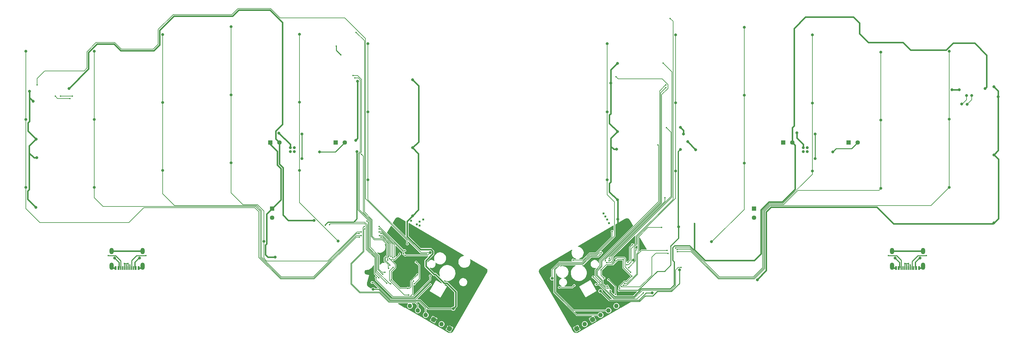
<source format=gbr>
%TF.GenerationSoftware,KiCad,Pcbnew,7.0.1-0*%
%TF.CreationDate,2023-10-15T20:39:52+08:00*%
%TF.ProjectId,qhws42_v2,71687773-3432-45f7-9632-2e6b69636164,rev?*%
%TF.SameCoordinates,Original*%
%TF.FileFunction,Copper,L1,Top*%
%TF.FilePolarity,Positive*%
%FSLAX46Y46*%
G04 Gerber Fmt 4.6, Leading zero omitted, Abs format (unit mm)*
G04 Created by KiCad (PCBNEW 7.0.1-0) date 2023-10-15 20:39:52*
%MOMM*%
%LPD*%
G01*
G04 APERTURE LIST*
G04 Aperture macros list*
%AMHorizOval*
0 Thick line with rounded ends*
0 $1 width*
0 $2 $3 position (X,Y) of the first rounded end (center of the circle)*
0 $4 $5 position (X,Y) of the second rounded end (center of the circle)*
0 Add line between two ends*
20,1,$1,$2,$3,$4,$5,0*
0 Add two circle primitives to create the rounded ends*
1,1,$1,$2,$3*
1,1,$1,$4,$5*%
%AMRotRect*
0 Rectangle, with rotation*
0 The origin of the aperture is its center*
0 $1 length*
0 $2 width*
0 $3 Rotation angle, in degrees counterclockwise*
0 Add horizontal line*
21,1,$1,$2,0,0,$3*%
G04 Aperture macros list end*
%TA.AperFunction,SMDPad,CuDef*%
%ADD10R,0.600000X1.100000*%
%TD*%
%TA.AperFunction,SMDPad,CuDef*%
%ADD11R,0.300000X1.100000*%
%TD*%
%TA.AperFunction,ComponentPad*%
%ADD12O,1.200000X2.000000*%
%TD*%
%TA.AperFunction,ComponentPad*%
%ADD13O,1.200000X1.800000*%
%TD*%
%TA.AperFunction,ComponentPad*%
%ADD14R,1.270000X1.270000*%
%TD*%
%TA.AperFunction,ComponentPad*%
%ADD15O,1.270000X1.270000*%
%TD*%
%TA.AperFunction,ComponentPad*%
%ADD16RotRect,1.270000X1.270000X60.000000*%
%TD*%
%TA.AperFunction,ComponentPad*%
%ADD17HorizOval,1.270000X0.000000X0.000000X0.000000X0.000000X0*%
%TD*%
%TA.AperFunction,ComponentPad*%
%ADD18RotRect,1.270000X1.270000X300.000000*%
%TD*%
%TA.AperFunction,ComponentPad*%
%ADD19HorizOval,1.270000X0.000000X0.000000X0.000000X0.000000X0*%
%TD*%
%TA.AperFunction,ComponentPad*%
%ADD20RotRect,0.900000X0.500000X210.000000*%
%TD*%
%TA.AperFunction,ComponentPad*%
%ADD21RotRect,0.900000X0.500000X150.000000*%
%TD*%
%TA.AperFunction,ViaPad*%
%ADD22C,0.609600*%
%TD*%
%TA.AperFunction,ViaPad*%
%ADD23C,0.400000*%
%TD*%
%TA.AperFunction,ViaPad*%
%ADD24C,0.800000*%
%TD*%
%TA.AperFunction,Conductor*%
%ADD25C,0.152400*%
%TD*%
%TA.AperFunction,Conductor*%
%ADD26C,0.250000*%
%TD*%
%TA.AperFunction,Conductor*%
%ADD27C,0.457200*%
%TD*%
%TA.AperFunction,Conductor*%
%ADD28C,0.304800*%
%TD*%
%TA.AperFunction,Conductor*%
%ADD29C,0.228600*%
%TD*%
G04 APERTURE END LIST*
D10*
%TO.P,USB1,1,GND*%
%TO.N,/GND_TC_l*%
X43332130Y-96117226D03*
%TO.P,USB1,2,VBUS*%
%TO.N,/VBUS_TC_l*%
X42532130Y-96117226D03*
D11*
%TO.P,USB1,3,SBU2*%
%TO.N,unconnected-(USB1-SBU2-Pad3)*%
X41882130Y-96117226D03*
%TO.P,USB1,4,CC1*%
%TO.N,Net-(USB1-CC1)*%
X41382130Y-96117226D03*
%TO.P,USB1,5,DN2*%
%TO.N,/D-_TC_l*%
X40882130Y-96117226D03*
%TO.P,USB1,6,DP1*%
%TO.N,/D+_TC_l*%
X40382130Y-96117226D03*
%TO.P,USB1,7,DN1*%
%TO.N,/D-_TC_l*%
X39882130Y-96117226D03*
%TO.P,USB1,8,DP2*%
%TO.N,/D+_TC_l*%
X39382130Y-96117226D03*
%TO.P,USB1,9,SBU1*%
%TO.N,unconnected-(USB1-SBU1-Pad9)*%
X38882130Y-96117226D03*
%TO.P,USB1,10,CC2*%
%TO.N,Net-(USB1-CC2)*%
X38382130Y-96117226D03*
D10*
%TO.P,USB1,11,VBUS*%
%TO.N,/VBUS_TC_l*%
X37732130Y-96117226D03*
%TO.P,USB1,12,GND*%
%TO.N,/GND_TC_l*%
X36932130Y-96117226D03*
D12*
%TO.P,USB1,13,SHELL*%
X44457130Y-95567226D03*
D13*
X44457130Y-91367226D03*
D12*
%TO.P,USB1,14,SHELL*%
X35807130Y-95567226D03*
D13*
X35807130Y-91367226D03*
%TD*%
D10*
%TO.P,USB2,1,GND*%
%TO.N,/GND_TC_r*%
X260655010Y-96116046D03*
%TO.P,USB2,2,VBUS*%
%TO.N,/VBUS_TC_r*%
X259855010Y-96116046D03*
D11*
%TO.P,USB2,3,SBU2*%
%TO.N,unconnected-(USB2-SBU2-Pad3)*%
X259205010Y-96116046D03*
%TO.P,USB2,4,CC1*%
%TO.N,Net-(USB2-CC1)*%
X258705010Y-96116046D03*
%TO.P,USB2,5,DN2*%
%TO.N,/D-_TC_r*%
X258205010Y-96116046D03*
%TO.P,USB2,6,DP1*%
%TO.N,/D+_TC_r*%
X257705010Y-96116046D03*
%TO.P,USB2,7,DN1*%
%TO.N,/D-_TC_r*%
X257205010Y-96116046D03*
%TO.P,USB2,8,DP2*%
%TO.N,/D+_TC_r*%
X256705010Y-96116046D03*
%TO.P,USB2,9,SBU1*%
%TO.N,unconnected-(USB2-SBU1-Pad9)*%
X256205010Y-96116046D03*
%TO.P,USB2,10,CC2*%
%TO.N,Net-(USB2-CC2)*%
X255705010Y-96116046D03*
D10*
%TO.P,USB2,11,VBUS*%
%TO.N,/VBUS_TC_r*%
X255055010Y-96116046D03*
%TO.P,USB2,12,GND*%
%TO.N,/GND_TC_r*%
X254255010Y-96116046D03*
D12*
%TO.P,USB2,13,SHELL*%
X261780010Y-95566046D03*
D13*
X261780010Y-91366046D03*
D12*
%TO.P,USB2,14,SHELL*%
X253130010Y-95566046D03*
D13*
X253130010Y-91366046D03*
%TD*%
D14*
%TO.P,J1,1,Pin_1*%
%TO.N,Net-(J1-Pin_1)*%
X98196400Y-61036200D03*
D15*
%TO.P,J1,2,Pin_2*%
%TO.N,Net-(J1-Pin_2)*%
X100736400Y-61036200D03*
%TD*%
D14*
%TO.P,J2,1,Pin_1*%
%TO.N,GND_l*%
X79984600Y-61036200D03*
D15*
%TO.P,J2,2,Pin_2*%
%TO.N,VBUS_l*%
X82524600Y-61036200D03*
%TD*%
D16*
%TO.P,J5,1,Pin_1*%
%TO.N,GND_l*%
X125500000Y-110500000D03*
D17*
%TO.P,J5,2,Pin_2*%
%TO.N,SWC_l*%
X123300295Y-109230000D03*
%TO.P,J5,3,Pin_3*%
%TO.N,SWD_l*%
X121100591Y-107960000D03*
%TO.P,J5,4,Pin_4*%
%TO.N,VDD_NRF_l*%
X118900886Y-106690000D03*
%TD*%
D16*
%TO.P,J6,1,Pin_1*%
%TO.N,GND_l*%
X129899409Y-113040000D03*
D17*
%TO.P,J6,2,Pin_2*%
%TO.N,RESET_l*%
X127699704Y-111770000D03*
%TD*%
D14*
%TO.P,J4,1,Pin_1*%
%TO.N,GND_r*%
X222848400Y-61037200D03*
D15*
%TO.P,J4,2,Pin_2*%
%TO.N,VBUS_r*%
X225388400Y-61037200D03*
%TD*%
D18*
%TO.P,J8,1,Pin_1*%
%TO.N,GND_r*%
X165376000Y-113039787D03*
D19*
%TO.P,J8,2,Pin_2*%
%TO.N,RESET_r*%
X167575705Y-111769787D03*
%TD*%
D14*
%TO.P,J10,1,Pin_1*%
%TO.N,GND_r*%
X214757500Y-79502000D03*
D15*
%TO.P,J10,2,Pin_2*%
%TO.N,VBAT_r*%
X214757500Y-82042000D03*
%TD*%
D14*
%TO.P,J3,1,Pin_1*%
%TO.N,Net-(J3-Pin_1)*%
X241060200Y-61037200D03*
D15*
%TO.P,J3,2,Pin_2*%
%TO.N,Net-(J3-Pin_2)*%
X243600200Y-61037200D03*
%TD*%
D20*
%TO.P,AE2,2,Shield*%
%TO.N,GND_r*%
X173268949Y-85864700D03*
%TD*%
D14*
%TO.P,J9,1,Pin_1*%
%TO.N,GND_l*%
X80518000Y-79502000D03*
D15*
%TO.P,J9,2,Pin_2*%
%TO.N,VBAT_l*%
X80518000Y-82042000D03*
%TD*%
D18*
%TO.P,J7,1,Pin_1*%
%TO.N,GND_r*%
X169775409Y-110499787D03*
D19*
%TO.P,J7,2,Pin_2*%
%TO.N,SWC_r*%
X171975114Y-109229787D03*
%TO.P,J7,3,Pin_3*%
%TO.N,SWD_r*%
X174174818Y-107959787D03*
%TO.P,J7,4,Pin_4*%
%TO.N,VDD_NRF_r*%
X176374523Y-106689787D03*
%TD*%
D21*
%TO.P,AE1,2,Shield*%
%TO.N,GND_l*%
X122006483Y-85864817D03*
%TD*%
D22*
%TO.N,*%
X121580576Y-83117175D03*
X120818576Y-83879175D03*
X173796200Y-82580251D03*
X172796200Y-80848200D03*
X174345600Y-83591400D03*
X119233013Y-82919073D03*
X122589799Y-82545149D03*
X173296200Y-81714223D03*
X121589800Y-84277200D03*
D23*
%TO.N,Net-(LED20-DOUT)*%
X124561600Y-100736400D03*
X108356400Y-100152200D03*
%TO.N,Net-(LED39-DOUT)*%
X175216900Y-85877400D03*
X164303350Y-93893350D03*
%TO.N,Net-(LED40-DOUT)*%
X170760000Y-100690000D03*
X183870600Y-103022400D03*
D24*
%TO.N,Net-(J1-Pin_2)*%
X93770620Y-63652400D03*
%TO.N,/VRECT_l*%
X88860620Y-58724800D03*
X88860620Y-65532000D03*
%TO.N,Net-(J3-Pin_2)*%
X236656420Y-63651400D03*
%TO.N,/VRECT_r*%
X231746420Y-58723800D03*
X231746420Y-65531000D03*
D23*
%TO.N,VDD_NRF_l*%
X113720000Y-99380000D03*
X113182118Y-93522518D03*
X118313200Y-101752400D03*
X116027200Y-92151200D03*
X120954800Y-97993200D03*
%TO.N,RESET_l*%
X114249200Y-95935800D03*
X118498328Y-103665434D03*
%TO.N,VDD_NRF_r*%
X178295300Y-93713300D03*
X172130000Y-96647000D03*
X177266600Y-101756173D03*
X172930000Y-98910000D03*
X180690000Y-98430000D03*
%TO.N,RESET_r*%
X176072800Y-103505000D03*
X174210000Y-99350000D03*
%TO.N,GND_l*%
X132232400Y-93421200D03*
D22*
X116343974Y-82639998D03*
D24*
X13965000Y-49535000D03*
D22*
X140180000Y-96690000D03*
X134488149Y-98695001D03*
D23*
X117170200Y-85420200D03*
X118803452Y-96443800D03*
D22*
X126953974Y-88859998D03*
D23*
X115651248Y-96823578D03*
X127736600Y-90779600D03*
X116286248Y-95723726D03*
X117533452Y-98643504D03*
D22*
X134594600Y-97790000D03*
D23*
X117618526Y-97226152D03*
D22*
X121722826Y-87839974D03*
D23*
X116921248Y-94623874D03*
X118168452Y-97543652D03*
X113195100Y-103949500D03*
D22*
X138320903Y-97339973D03*
D23*
X117850952Y-98093578D03*
X114783822Y-97056004D03*
X116611400Y-85623400D03*
D22*
X113207800Y-86309200D03*
X135991600Y-103835200D03*
D23*
X124942600Y-89179400D03*
D22*
X127062177Y-89767948D03*
D23*
X116371321Y-94306374D03*
D22*
X113969800Y-87299800D03*
X126196152Y-89267950D03*
X124320903Y-89339973D03*
X138330127Y-98500000D03*
X128071796Y-90267948D03*
X129703974Y-90449998D03*
X123464102Y-89999999D03*
X124513974Y-87419998D03*
D23*
X121310400Y-89458800D03*
D22*
X133172200Y-98374200D03*
D23*
X117153674Y-95491300D03*
D22*
X125330126Y-88767948D03*
X125380000Y-87920000D03*
X131535898Y-92267950D03*
D23*
X119120952Y-95893874D03*
D22*
X125186928Y-89839974D03*
D23*
X111556800Y-92811600D03*
D22*
X130570000Y-90950000D03*
D23*
X116053822Y-94856300D03*
D24*
X12954000Y-46761400D03*
D22*
X126052953Y-90339974D03*
D23*
X110642400Y-92227400D03*
X116983526Y-98326004D03*
X117301026Y-97776078D03*
X117703600Y-95808800D03*
D22*
X122970000Y-86520000D03*
X131648200Y-94538800D03*
D23*
X117471174Y-94941374D03*
X116751100Y-97458578D03*
D22*
X129803847Y-91267950D03*
D23*
X117386100Y-96358726D03*
D22*
X139330126Y-96767948D03*
X130459251Y-92643200D03*
D23*
X117246400Y-86258400D03*
D22*
X115660649Y-84339973D03*
X133726149Y-97323401D03*
D23*
X112255300Y-103009700D03*
D22*
X119267948Y-85267948D03*
D24*
X103784400Y-60426600D03*
D22*
X114976575Y-87079575D03*
X133146800Y-101803200D03*
X130664574Y-94135551D03*
X132156200Y-97713800D03*
D24*
X86690200Y-63627000D03*
D22*
X134594600Y-96621600D03*
X117210000Y-83140000D03*
D23*
X119353378Y-96761300D03*
X125679200Y-89535000D03*
D22*
X120990000Y-85360000D03*
D23*
X126415800Y-89916000D03*
X116836174Y-96041226D03*
D22*
X117144800Y-90424000D03*
D23*
X117068600Y-96908652D03*
X118571026Y-95576374D03*
D24*
X85572600Y-62509400D03*
D22*
X131902200Y-95783400D03*
D23*
X115736322Y-95406226D03*
D22*
X121866025Y-86767950D03*
D23*
X116666026Y-98875930D03*
X119670878Y-96211373D03*
D22*
X126087949Y-88359998D03*
X136220200Y-99695000D03*
X121732051Y-88849200D03*
X129327575Y-94420175D03*
D23*
X116603748Y-95173800D03*
X116433600Y-98008504D03*
D22*
X114935000Y-86106000D03*
D23*
X118485952Y-96993726D03*
D22*
X132860124Y-96823400D03*
D24*
X81381600Y-93091000D03*
D23*
X118253526Y-96126300D03*
X115418822Y-95956152D03*
D22*
X119260000Y-84440000D03*
X115923175Y-83599402D03*
X128937821Y-90767948D03*
X132343974Y-92019998D03*
X117135575Y-89263975D03*
D24*
X82397600Y-58403620D03*
X86690200Y-62509400D03*
D23*
X99644200Y-36550600D03*
D22*
X138980000Y-96020000D03*
D23*
X119202200Y-89839800D03*
D22*
X126625974Y-95583351D03*
D23*
X118021100Y-95258874D03*
X117215952Y-99193430D03*
D24*
X85572600Y-63627000D03*
D23*
X124790200Y-88315800D03*
D22*
X126482775Y-96655375D03*
X119124751Y-86339974D03*
X138030574Y-99698151D03*
D23*
X116518674Y-96591152D03*
D22*
X116154200Y-89357200D03*
X114794624Y-83839974D03*
X120856801Y-87339974D03*
D24*
X104343200Y-43942000D03*
D23*
X116201174Y-97141078D03*
D22*
X127820000Y-89360000D03*
D23*
X118083378Y-98961004D03*
X118400878Y-98411078D03*
D22*
X135388974Y-100231551D03*
X115490000Y-82380000D03*
D23*
X115333748Y-97373504D03*
X109898078Y-100450184D03*
X98425000Y-34112200D03*
D22*
X116526675Y-84839974D03*
X116288174Y-87302951D03*
D23*
X115968748Y-96273652D03*
X115016248Y-97923430D03*
D22*
X114985800Y-88239600D03*
X128727200Y-91643200D03*
X136169400Y-98425000D03*
X137007600Y-101650800D03*
D23*
X127076200Y-90601800D03*
D22*
X116144975Y-88374975D03*
D24*
X14757400Y-79146400D03*
D23*
X131699000Y-92989400D03*
D24*
X108178600Y-97764600D03*
D23*
X119035878Y-97311226D03*
X118718378Y-97861152D03*
D22*
X120866025Y-88500000D03*
X131477949Y-91519998D03*
X128837949Y-89949998D03*
D23*
X115883674Y-97691004D03*
D24*
X125525198Y-99032998D03*
D23*
X115566174Y-98240930D03*
D22*
X130669872Y-91767948D03*
X113300000Y-85610000D03*
D24*
X14782800Y-60121800D03*
D22*
X115057149Y-83099400D03*
D23*
X115101322Y-96506078D03*
X117765879Y-99510930D03*
X123469400Y-89281000D03*
D22*
X129593226Y-92143202D03*
D23*
X114096800Y-86283800D03*
D22*
X135245775Y-101303575D03*
X135354174Y-99195001D03*
X132401923Y-92767948D03*
X137887375Y-100770175D03*
D24*
X15011400Y-65328800D03*
D23*
X114466322Y-97605931D03*
D22*
X133210000Y-92520000D03*
D23*
X117936026Y-96676226D03*
D22*
X130521375Y-95207575D03*
D23*
X116116100Y-98558430D03*
D22*
X135432800Y-97383600D03*
X139186928Y-97839974D03*
X117017800Y-88417400D03*
X116789200Y-84099400D03*
D23*
X117246400Y-84480400D03*
D22*
X120999999Y-86267948D03*
X113919000Y-85191600D03*
X129470774Y-93348151D03*
X122590000Y-87160000D03*
D23*
%TO.N,VBUS_l*%
X110237477Y-98832877D03*
X96500627Y-83969373D03*
D24*
X23926800Y-45948600D03*
X92209319Y-82780681D03*
D23*
%TO.N,VBUS_r*%
X198100000Y-83680000D03*
X174701200Y-102336600D03*
D24*
X279095200Y-45974000D03*
%TO.N,VDDH_l*%
X104165400Y-63627000D03*
D23*
X112445800Y-100355400D03*
X95340000Y-84170000D03*
D24*
%TO.N,VDDH_r*%
X194260000Y-63040000D03*
X193700400Y-84582000D03*
D23*
X177116932Y-102314193D03*
D24*
%TO.N,EXT_VCC_l*%
X130962400Y-107492800D03*
X119659400Y-62534800D03*
X119659400Y-43535600D03*
X108670000Y-102060000D03*
X119659400Y-81534000D03*
X130962400Y-107492800D03*
D23*
%TO.N,ROW3_l*%
X124536200Y-98323400D03*
X109474000Y-98755200D03*
X119913400Y-99771200D03*
%TO.N,POWER_PIN_l*%
X112979200Y-96220138D03*
X105435400Y-64363600D03*
D24*
%TO.N,COL0_l*%
X11938000Y-35610800D03*
D23*
X112721500Y-93903800D03*
D24*
X11938000Y-54610000D03*
D23*
X110816500Y-87452200D03*
D24*
X11938000Y-73609200D03*
D23*
X104800400Y-87452200D03*
D24*
%TO.N,COL1_l*%
X31013400Y-35585400D03*
X31013400Y-73583800D03*
D23*
X105308400Y-87020400D03*
X110439200Y-87020400D03*
D24*
X31013400Y-54584600D03*
D23*
X113639600Y-92862400D03*
%TO.N,COL2_l*%
X110827059Y-86500718D03*
X104775000Y-86500718D03*
D24*
X50063400Y-49885600D03*
X50063400Y-30886400D03*
X50063400Y-68884800D03*
D23*
X114096800Y-93268800D03*
D24*
%TO.N,COL3_l*%
X69113400Y-28752800D03*
D23*
X105362900Y-86029800D03*
D24*
X69113400Y-66751200D03*
D23*
X110286800Y-86029800D03*
D24*
X78232000Y-88696800D03*
X69113400Y-47752000D03*
D23*
X114630200Y-92964000D03*
D24*
%TO.N,COL4_l*%
X88138000Y-68834000D03*
X98888300Y-88538300D03*
X88138000Y-30835600D03*
X88138000Y-49834800D03*
%TO.N,COL5_l*%
X107213400Y-71475600D03*
D23*
X117551200Y-92532200D03*
D24*
X107213400Y-33477200D03*
X124510800Y-91821000D03*
X107213400Y-52476400D03*
D23*
%TO.N,GND_r*%
X171577000Y-90398600D03*
X163093400Y-104648000D03*
X179610000Y-103480000D03*
X178079400Y-83896200D03*
X178130200Y-86436200D03*
X177651426Y-98444130D03*
D22*
X171467400Y-88978623D03*
D23*
X173151800Y-88087200D03*
D24*
X198500000Y-63120000D03*
D23*
X176149000Y-97111852D03*
D22*
X174387948Y-85350000D03*
D23*
X177798778Y-96159352D03*
D24*
X271856234Y-46322000D03*
D23*
X177101500Y-98761630D03*
X177571400Y-86893400D03*
D22*
X155646348Y-97291400D03*
D23*
X175769222Y-100264056D03*
D22*
X170383200Y-89687400D03*
D23*
X179781200Y-84378800D03*
X176657000Y-85242400D03*
X176320000Y-84570000D03*
X179197000Y-84277200D03*
X176001648Y-99396630D03*
D24*
X228458400Y-63626000D03*
D22*
X156210000Y-98653600D03*
D23*
X176466500Y-97661778D03*
X180721000Y-88315800D03*
D22*
X157378400Y-96291400D03*
D24*
X269863340Y-46309936D03*
D23*
X175916574Y-97979278D03*
X178201352Y-98126630D03*
X178000000Y-83180000D03*
X177883852Y-97576704D03*
X174499222Y-98064352D03*
D22*
X171967400Y-89844651D03*
X155553976Y-96440000D03*
D23*
X162763200Y-95681800D03*
D22*
X158323976Y-94800000D03*
D23*
X162179000Y-103149400D03*
X177163778Y-95059500D03*
X166979600Y-93319600D03*
X178155600Y-85471000D03*
X176063926Y-95694500D03*
D22*
X156710000Y-99519623D03*
D23*
X167411400Y-92862400D03*
X179068778Y-98359056D03*
X175082200Y-88925400D03*
X174181722Y-97514426D03*
X160731200Y-102768400D03*
D24*
X196280000Y-60840000D03*
D23*
X175831500Y-96561926D03*
X161798000Y-104063800D03*
X174574200Y-87426800D03*
X174472600Y-86156800D03*
X175599074Y-97429352D03*
X177460000Y-83510000D03*
D24*
X226644200Y-58383320D03*
D23*
X174964074Y-96329500D03*
X177520600Y-84429600D03*
D22*
X160056028Y-93800000D03*
D23*
X177566352Y-97026778D03*
X176551574Y-99079130D03*
X174777400Y-86817200D03*
X178518852Y-98676556D03*
X164033200Y-99568000D03*
X178640000Y-84040000D03*
X177571400Y-86004400D03*
X162737800Y-98933000D03*
X157378400Y-97231200D03*
X177248852Y-96476852D03*
D22*
X170700000Y-87470000D03*
D23*
X180670000Y-103470000D03*
X179146200Y-85090000D03*
D24*
X229576000Y-63626000D03*
D23*
X171094400Y-89687400D03*
X179197000Y-83489800D03*
X176149000Y-87579200D03*
X162560000Y-93726000D03*
X181991000Y-90220800D03*
D22*
X172350000Y-86490000D03*
D23*
X170720000Y-88950000D03*
D24*
X229576000Y-62508400D03*
D23*
X167665400Y-92430600D03*
X174414148Y-96647000D03*
X175666400Y-88265000D03*
X177481278Y-95609426D03*
D24*
X176479200Y-62929220D03*
D23*
X173456600Y-88519000D03*
D24*
X176707800Y-77063600D03*
D23*
X159029400Y-94945200D03*
X173939200Y-87884000D03*
X164719000Y-100152200D03*
X163474400Y-93243400D03*
D22*
X162509200Y-93065600D03*
D23*
X170459400Y-91338400D03*
X174731648Y-97196926D03*
D24*
X176830000Y-82490000D03*
D23*
X180263800Y-88747600D03*
D22*
X157210000Y-100385651D03*
D23*
X176300000Y-85710000D03*
X177571400Y-85191600D03*
X175514000Y-96012000D03*
X175134222Y-99164204D03*
X179630000Y-83150000D03*
D24*
X193954400Y-96621600D03*
D22*
X160783976Y-93330000D03*
X157286028Y-95440000D03*
D23*
X177016426Y-97344278D03*
X162102800Y-102336600D03*
X178116278Y-96709278D03*
D22*
X169970000Y-89030000D03*
D23*
X155905200Y-98018600D03*
D22*
X162516028Y-92330000D03*
D23*
X158013400Y-101473000D03*
X176698926Y-96794352D03*
X175281574Y-96879426D03*
X182980000Y-88790000D03*
X176784000Y-98211704D03*
X175366648Y-98296778D03*
X177333926Y-97894204D03*
X180390800Y-83870800D03*
D22*
X156512372Y-96791400D03*
D24*
X228458400Y-62508400D03*
D22*
X170883200Y-90553428D03*
D23*
X176234074Y-98529204D03*
D22*
X156420000Y-95940000D03*
X161643172Y-93565600D03*
D23*
X174816722Y-98614278D03*
X169900600Y-91541600D03*
D22*
X170320000Y-88260000D03*
D23*
X175451722Y-99714130D03*
X176381426Y-96244426D03*
X176613852Y-95377000D03*
X162864800Y-103428800D03*
X156641800Y-97637600D03*
X178751278Y-97809130D03*
D24*
X176707800Y-58013600D03*
D23*
X178433778Y-97259204D03*
X174790000Y-84980000D03*
X157937200Y-96850200D03*
D22*
X161650000Y-92830000D03*
D23*
X178054000Y-84582000D03*
X176657000Y-86944200D03*
D22*
X169500000Y-88200000D03*
D23*
X179832000Y-83591400D03*
D22*
X159190000Y-94300000D03*
D23*
X181203600Y-87807800D03*
X177419000Y-99311556D03*
X175049148Y-97746852D03*
X173864222Y-96964500D03*
X170103800Y-97688400D03*
X178664847Y-83308619D03*
X177968926Y-98994056D03*
D22*
X158244423Y-95791400D03*
D24*
X174853600Y-44475400D03*
D22*
X171040000Y-88310000D03*
D23*
X176869074Y-99629056D03*
X176931352Y-95926926D03*
X164084000Y-95605600D03*
X178270000Y-92230000D03*
X175684148Y-98846704D03*
X176319148Y-99946556D03*
X163195000Y-93726000D03*
X176657000Y-86055200D03*
X182960000Y-88080000D03*
D22*
X163375223Y-92565600D03*
D24*
X176707800Y-38963600D03*
D22*
X163440000Y-91780000D03*
D24*
%TO.N,EXT_VCC_r*%
X194259200Y-56847300D03*
X282740000Y-48270000D03*
X215620600Y-99415600D03*
X281533600Y-83489800D03*
X171958900Y-102538900D03*
X195090000Y-58680000D03*
X281533600Y-64490600D03*
X186385200Y-103073200D03*
X281533600Y-45491400D03*
D23*
%TO.N,BATTERY_LEVEL_PIN_l*%
X113512600Y-100530000D03*
X106960000Y-82990000D03*
%TO.N,BATTERY_LEVEL_PIN_r*%
X188960000Y-84750000D03*
X178624054Y-100457000D03*
%TO.N,Net-(U7-DEC4)*%
X120129300Y-100545900D03*
X120630000Y-94450000D03*
%TO.N,Net-(U8-DEC2)*%
X179578000Y-94538800D03*
X180864108Y-89597200D03*
%TO.N,Net-(U8-DEC4)*%
X180320000Y-97296597D03*
X176225200Y-93395800D03*
%TO.N,ROW0_r*%
X173685200Y-94615000D03*
X189382400Y-38836600D03*
%TO.N,ROW1_r*%
X174371000Y-94107000D03*
X190373000Y-56896000D03*
%TO.N,ROW2_r*%
X174421800Y-93573600D03*
X189915800Y-76479400D03*
%TO.N,SWC_l*%
X106248200Y-85166200D03*
X110286800Y-85166200D03*
X117110000Y-92120000D03*
%TO.N,SWD_l*%
X117500400Y-91262200D03*
X110286800Y-84505800D03*
X106146600Y-84531200D03*
%TO.N,SWC_r*%
X172237400Y-91846400D03*
%TO.N,SWD_r*%
X171856400Y-92379800D03*
%TO.N,RGB_r*%
X176276000Y-42672000D03*
X173310984Y-94088384D03*
%TO.N,POWER_PIN_r*%
X187985400Y-61696600D03*
X171860000Y-99940000D03*
D24*
%TO.N,COL0_r*%
X173863000Y-33477200D03*
D23*
X164617400Y-100990400D03*
X160477200Y-101523800D03*
D24*
X158470600Y-98983800D03*
X173863000Y-52476400D03*
X173863000Y-71475600D03*
%TO.N,COL1_r*%
X192913000Y-49987200D03*
X192913000Y-68986400D03*
X181076600Y-93929200D03*
X192913000Y-30988000D03*
%TO.N,COL2_r*%
X211988400Y-66852800D03*
X202895200Y-88747600D03*
X211988400Y-47853600D03*
X211988400Y-28854400D03*
%TO.N,COL3_r*%
X230962200Y-31038800D03*
X230962200Y-50038000D03*
D23*
X192862200Y-90525600D03*
X181889400Y-91059000D03*
D24*
X230962200Y-69037200D03*
D23*
X179857400Y-95986600D03*
%TO.N,COL4_r*%
X178333400Y-100914200D03*
D24*
X250063000Y-54813200D03*
D23*
X193294000Y-90932000D03*
D24*
X250063000Y-35814000D03*
X250063000Y-73812400D03*
D23*
X190525400Y-91236800D03*
D24*
%TO.N,COL5_r*%
X269113000Y-54559200D03*
D23*
X193395600Y-91541600D03*
D24*
X269113000Y-73558400D03*
D23*
X177825400Y-101244400D03*
D24*
X269113000Y-35560000D03*
D23*
X190779400Y-92075000D03*
%TO.N,RGB_l*%
X118135400Y-89382600D03*
X15062200Y-44932600D03*
%TO.N,D-_l*%
X24231600Y-48770000D03*
X20160000Y-48140000D03*
X103570000Y-43050000D03*
X111379000Y-97815400D03*
%TO.N,D+_l*%
X24866600Y-48110000D03*
X21615400Y-48110000D03*
X103050000Y-42360000D03*
X111963200Y-97282000D03*
%TO.N,ROW3_r*%
X194430000Y-95954176D03*
X169900600Y-98602800D03*
%TO.N,D-_r*%
X174117000Y-101676200D03*
D24*
X273910000Y-47971180D03*
X272542000Y-50317400D03*
D23*
X190144400Y-44983400D03*
D24*
%TO.N,D+_r*%
X275310000Y-47971180D03*
D23*
X173875450Y-101154790D03*
D24*
X274058900Y-50361100D03*
D23*
X190195200Y-45720000D03*
%TO.N,BLED_l*%
X103886000Y-30302200D03*
X113309400Y-95377000D03*
%TO.N,BLED_r*%
X191363600Y-26416000D03*
X179273200Y-95148400D03*
D24*
%TO.N,/VBUS_TC_l*%
X43642130Y-93293726D03*
X36642130Y-93293726D03*
D23*
%TO.N,/D-_TC_l*%
X39882130Y-95282226D03*
X40882130Y-95282226D03*
%TO.N,Net-(USB1-CC2)*%
X34862130Y-92642226D03*
%TO.N,Net-(USB1-CC1)*%
X45382130Y-92642226D03*
%TO.N,Net-(USB2-CC2)*%
X252185010Y-92641046D03*
%TO.N,Net-(USB2-CC1)*%
X262705010Y-92641046D03*
%TO.N,/D+_TC_l*%
X39382130Y-94852226D03*
X40382130Y-94852226D03*
D24*
%TO.N,/VBUS_TC_r*%
X260965010Y-93292546D03*
X253965010Y-93292546D03*
D23*
%TO.N,/D-_TC_r*%
X257205010Y-95281046D03*
X258205010Y-95281046D03*
%TO.N,/D+_TC_r*%
X257705010Y-94851046D03*
X256705010Y-94851046D03*
%TD*%
D25*
%TO.N,Net-(LED20-DOUT)*%
X120530200Y-104767800D02*
X113409724Y-104767800D01*
X124561600Y-100736400D02*
X120530200Y-104767800D01*
X113409724Y-104767800D02*
X108794124Y-100152200D01*
X108794124Y-100152200D02*
X108356400Y-100152200D01*
%TO.N,Net-(LED39-DOUT)*%
X164306700Y-93890000D02*
X167099737Y-93890000D01*
X167099737Y-93890000D02*
X168929738Y-92060000D01*
X170634336Y-92060000D02*
X175209200Y-87485136D01*
X175209200Y-85885100D02*
X175216900Y-85877400D01*
X175209200Y-87485136D02*
X175209200Y-85885100D01*
X168929738Y-92060000D02*
X170634336Y-92060000D01*
X164303350Y-93893350D02*
X164306700Y-93890000D01*
%TO.N,Net-(LED40-DOUT)*%
X171613156Y-100690000D02*
X170760000Y-100690000D01*
X183870600Y-103022400D02*
X182143400Y-104749600D01*
X182143400Y-104749600D02*
X175672756Y-104749600D01*
X175672756Y-104749600D02*
X171613156Y-100690000D01*
D26*
%TO.N,Net-(J1-Pin_2)*%
X98120200Y-63652400D02*
X93770620Y-63652400D01*
X100736400Y-61036200D02*
X98120200Y-63652400D01*
%TO.N,/VRECT_l*%
X88860620Y-58724800D02*
X88860620Y-65532000D01*
%TO.N,Net-(J3-Pin_2)*%
X241920400Y-62737000D02*
X243622200Y-61035200D01*
X236656420Y-63651400D02*
X237570820Y-62737000D01*
X237570820Y-62737000D02*
X241920400Y-62737000D01*
%TO.N,/VRECT_r*%
X231746420Y-58723800D02*
X231746420Y-65531000D01*
D25*
%TO.N,VDD_NRF_l*%
X113436400Y-93776800D02*
X114604800Y-93776800D01*
X113182118Y-93522518D02*
X114782600Y-95123000D01*
X113182118Y-93522518D02*
X113436400Y-93776800D01*
X114604800Y-93776800D02*
X116027200Y-92354400D01*
X113720000Y-97100000D02*
X113720000Y-99380000D01*
X118821200Y-101752400D02*
X118313200Y-101752400D01*
X120954800Y-97993200D02*
X119253000Y-99695000D01*
X118313200Y-101752400D02*
X116092400Y-101752400D01*
X116027200Y-92354400D02*
X116027200Y-92151200D01*
X114782600Y-95123000D02*
X114782600Y-96037400D01*
X114782600Y-96037400D02*
X113720000Y-97100000D01*
X116092400Y-101752400D02*
X113720000Y-99380000D01*
X119253000Y-99695000D02*
X119253000Y-101320600D01*
X119253000Y-101320600D02*
X118821200Y-101752400D01*
%TO.N,RESET_l*%
X117356034Y-103665434D02*
X118498328Y-103665434D01*
X113200000Y-99509400D02*
X117356034Y-103665434D01*
X114249200Y-95935800D02*
X113200000Y-96985000D01*
X113200000Y-96985000D02*
X113200000Y-99509400D01*
%TO.N,VDD_NRF_r*%
X176796700Y-93713300D02*
X178295300Y-93713300D01*
X172130000Y-96647000D02*
X172130000Y-98110000D01*
X172130000Y-96647000D02*
X172135800Y-96647000D01*
X178295300Y-93713300D02*
X178282600Y-93726000D01*
X180675200Y-98430000D02*
X180690000Y-98430000D01*
X172135800Y-96647000D02*
X173659800Y-95123000D01*
X178562000Y-99898200D02*
X177266600Y-101193600D01*
X172130000Y-98110000D02*
X172930000Y-98910000D01*
X180690000Y-98430000D02*
X179221800Y-99898200D01*
X175387000Y-95123000D02*
X176796700Y-93713300D01*
X173659800Y-95123000D02*
X175387000Y-95123000D01*
X179221800Y-99898200D02*
X178562000Y-99898200D01*
X177266600Y-101193600D02*
X177266600Y-101756173D01*
X178282600Y-93726000D02*
X178282600Y-96037400D01*
X178282600Y-96037400D02*
X180675200Y-98430000D01*
%TO.N,RESET_r*%
X176072800Y-101212800D02*
X174210000Y-99350000D01*
X176072800Y-103505000D02*
X176072800Y-101212800D01*
D27*
%TO.N,GND_l*%
X15011400Y-65328800D02*
X14224000Y-65328800D01*
X82956400Y-77063600D02*
X82956400Y-68300600D01*
D26*
X128000000Y-110500000D02*
X129899409Y-112399409D01*
D27*
X12903200Y-61950600D02*
X14757400Y-60096400D01*
X103784400Y-60426600D02*
X104343200Y-59867800D01*
X85572600Y-61569600D02*
X82397600Y-58394600D01*
X12490600Y-76930400D02*
X14706600Y-79146400D01*
X82397600Y-58394600D02*
X82397600Y-58403620D01*
X81940400Y-67284600D02*
X81940400Y-63525400D01*
X13965000Y-49535000D02*
X12954000Y-48524000D01*
D26*
X125525198Y-99032998D02*
X120118596Y-104439600D01*
D27*
X104343200Y-59867800D02*
X104343200Y-43942000D01*
X12903200Y-74193400D02*
X12903200Y-64008000D01*
X12954000Y-55143400D02*
X12541400Y-55556000D01*
D26*
X113685200Y-104439600D02*
X108178600Y-98933000D01*
D27*
X12541400Y-55556000D02*
X12541400Y-57880400D01*
D26*
X108178600Y-98933000D02*
X108178600Y-97764600D01*
D27*
X79984600Y-61569600D02*
X79984600Y-61036200D01*
X12903200Y-64008000D02*
X12903200Y-61950600D01*
X78663800Y-89662000D02*
X78987600Y-89338200D01*
X12490600Y-76930400D02*
X12490600Y-74606000D01*
X14706600Y-79146400D02*
X14757400Y-79146400D01*
X12954000Y-48524000D02*
X12954000Y-48260000D01*
X78987600Y-89338200D02*
X78987600Y-81032400D01*
D26*
X98425000Y-34112200D02*
X98425000Y-35331400D01*
D27*
X12954000Y-48260000D02*
X12954000Y-55143400D01*
X12490600Y-74606000D02*
X12903200Y-74193400D01*
X12541400Y-57880400D02*
X14782800Y-60121800D01*
X79375000Y-93091000D02*
X78663800Y-92379800D01*
X81381600Y-93091000D02*
X79375000Y-93091000D01*
D26*
X125500000Y-110500000D02*
X128000000Y-110500000D01*
D27*
X78987600Y-81032400D02*
X80518000Y-79502000D01*
X80518000Y-79502000D02*
X82956400Y-77063600D01*
X14224000Y-65328800D02*
X12903200Y-64008000D01*
X82956400Y-68300600D02*
X81940400Y-67284600D01*
X78663800Y-92379800D02*
X78663800Y-89662000D01*
D26*
X129899409Y-112399409D02*
X129899409Y-113040000D01*
X120118596Y-104439600D02*
X113685200Y-104439600D01*
X98425000Y-35331400D02*
X99644200Y-36550600D01*
D27*
X85572600Y-62509400D02*
X85572600Y-61569600D01*
X81940400Y-63525400D02*
X79984600Y-61569600D01*
X12954000Y-46761400D02*
X12954000Y-48260000D01*
%TO.N,VBUS_l*%
X38328601Y-35433000D02*
X36477000Y-33581400D01*
D25*
X106711800Y-90851799D02*
X106711800Y-84156932D01*
X110237477Y-98832877D02*
X109110000Y-97705400D01*
X106344868Y-83790000D02*
X96680000Y-83790000D01*
D27*
X83388200Y-27508200D02*
X79933800Y-24053800D01*
X83540601Y-81305401D02*
X83540601Y-68058617D01*
D25*
X109110000Y-93250000D02*
X106711800Y-90851799D01*
D27*
X29413200Y-40462200D02*
X23926800Y-45948600D01*
D25*
X96680000Y-83790000D02*
X96500627Y-83969373D01*
D27*
X83388200Y-56007000D02*
X83388200Y-27508200D01*
X85015881Y-82780681D02*
X83540601Y-81305401D01*
X49225200Y-29692600D02*
X49225200Y-33782000D01*
X49225200Y-33782000D02*
X47574199Y-35433000D01*
X29413200Y-35890200D02*
X29413200Y-40462200D01*
X82524600Y-67042616D02*
X82524600Y-61036200D01*
X53174900Y-25742900D02*
X49225200Y-29692600D01*
X79933800Y-24053800D02*
X71247000Y-24053800D01*
X92209319Y-82780681D02*
X85015881Y-82780681D01*
X81534000Y-57861200D02*
X83388200Y-56007000D01*
X71247000Y-24053800D02*
X69557900Y-25742900D01*
D25*
X106711800Y-84156932D02*
X106344868Y-83790000D01*
D27*
X82524600Y-61036200D02*
X81534000Y-60045600D01*
X47574199Y-35433000D02*
X38328601Y-35433000D01*
D25*
X109110000Y-97705400D02*
X109110000Y-93250000D01*
D27*
X81534000Y-60045600D02*
X81534000Y-57861200D01*
X83540601Y-68058617D02*
X82524600Y-67042616D01*
X36477000Y-33581400D02*
X31722000Y-33581400D01*
X31722000Y-33581400D02*
X29413200Y-35890200D01*
X69557900Y-25742900D02*
X53174900Y-25742900D01*
%TO.N,VBUS_r*%
X225856800Y-29210000D02*
X225856800Y-56434200D01*
X216687400Y-92125800D02*
X214807800Y-94005400D01*
X244094000Y-27711400D02*
X242392200Y-26009600D01*
X218867878Y-77673200D02*
X216687400Y-79853681D01*
D28*
X192085840Y-93991040D02*
X192085840Y-90474800D01*
D27*
X229057200Y-26009600D02*
X225856800Y-29210000D01*
D28*
X196895694Y-89941400D02*
X197992237Y-91037943D01*
D27*
X225388400Y-61037200D02*
X226187000Y-61835800D01*
D28*
X192554400Y-94459600D02*
X192085840Y-93991040D01*
X197992237Y-91037943D02*
X198100000Y-91037943D01*
D27*
X225856800Y-56434200D02*
X225388400Y-56902600D01*
D28*
X174701200Y-102336600D02*
X174701200Y-102880018D01*
D27*
X246557800Y-33096200D02*
X244094000Y-30632400D01*
X244094000Y-30632400D02*
X244094000Y-27711400D01*
D28*
X181252506Y-104114600D02*
X183386106Y-101981000D01*
X192619240Y-89941400D02*
X196895694Y-89941400D01*
D27*
X279527000Y-36652200D02*
X276148800Y-33274000D01*
X225388400Y-56902600D02*
X225388400Y-61037200D01*
D28*
X174701200Y-102880018D02*
X175935782Y-104114600D01*
D27*
X216687400Y-79853681D02*
X216687400Y-92125800D01*
X198100000Y-91037943D02*
X198100000Y-90398600D01*
D28*
X183386106Y-101981000D02*
X191439800Y-101981000D01*
D27*
X201067458Y-94005400D02*
X198100000Y-91037943D01*
D28*
X175935782Y-104114600D02*
X181252506Y-104114600D01*
X192554400Y-100866400D02*
X192554400Y-94459600D01*
D27*
X258318000Y-35229800D02*
X256184400Y-33096200D01*
D28*
X192085840Y-90474800D02*
X192619240Y-89941400D01*
D27*
X226187000Y-74102010D02*
X222615810Y-77673200D01*
X256184400Y-33096200D02*
X246557800Y-33096200D01*
X268249400Y-35229800D02*
X258318000Y-35229800D01*
D28*
X191439800Y-101981000D02*
X192554400Y-100866400D01*
D27*
X279527000Y-45542200D02*
X279527000Y-36652200D01*
X226187000Y-61835800D02*
X226187000Y-74102010D01*
X242392200Y-26009600D02*
X229057200Y-26009600D01*
X276148800Y-33274000D02*
X270205200Y-33274000D01*
X198100000Y-90398600D02*
X198100000Y-83680000D01*
X279095200Y-45974000D02*
X279527000Y-45542200D01*
X214807800Y-94005400D02*
X201067458Y-94005400D01*
X270205200Y-33274000D02*
X268249400Y-35229800D01*
X222615810Y-77673200D02*
X218867878Y-77673200D01*
D25*
%TO.N,VDDH_l*%
X112445800Y-100355400D02*
X109389400Y-97299000D01*
X106991200Y-84041200D02*
X106240000Y-83290000D01*
D28*
X96122026Y-83290000D02*
X95340000Y-84072026D01*
X104165400Y-82426400D02*
X103301800Y-83290000D01*
D25*
X106240000Y-83290000D02*
X103301800Y-83290000D01*
X109389400Y-93134269D02*
X106991200Y-90736067D01*
X106991200Y-90736067D02*
X106991200Y-84041200D01*
X109389400Y-97299000D02*
X109389400Y-93134269D01*
D28*
X104165400Y-63627000D02*
X104165400Y-82426400D01*
X103301800Y-83290000D02*
X96122026Y-83290000D01*
X95340000Y-84072026D02*
X95340000Y-84170000D01*
%TO.N,VDDH_r*%
X194260000Y-63030000D02*
X194250000Y-63020000D01*
X193658704Y-84540304D02*
X193700400Y-84582000D01*
D29*
X177116932Y-102314193D02*
X182496137Y-102314193D01*
X189814200Y-97028000D02*
X191541400Y-95300800D01*
D28*
X194260000Y-63040000D02*
X194260000Y-63030000D01*
X191541400Y-89992200D02*
X193700400Y-87833200D01*
D29*
X182496137Y-102314193D02*
X187782330Y-97028000D01*
X191541400Y-95300800D02*
X191541400Y-89992200D01*
D28*
X193700400Y-87833200D02*
X193700400Y-84582000D01*
X194260000Y-63040000D02*
X193658704Y-63641296D01*
X193658704Y-63641296D02*
X193658704Y-84540304D01*
D29*
X187782330Y-97028000D02*
X189814200Y-97028000D01*
D27*
%TO.N,EXT_VCC_l*%
X118130000Y-87275128D02*
X118130000Y-83063400D01*
X124766000Y-90965000D02*
X121819872Y-90965000D01*
X121335800Y-45212000D02*
X119659400Y-43535600D01*
X119659400Y-62534800D02*
X121335800Y-60858400D01*
D26*
X110237780Y-102060000D02*
X113273780Y-105096000D01*
X121666001Y-105096000D02*
X124062800Y-107492800D01*
D27*
X123368809Y-95632009D02*
X123368809Y-94055191D01*
D26*
X108670000Y-102060000D02*
X110237780Y-102060000D01*
D27*
X125990400Y-97872600D02*
X125609400Y-97872600D01*
X119608600Y-81534000D02*
X121259600Y-79883000D01*
X131648200Y-106807000D02*
X131648200Y-102768400D01*
D26*
X124062800Y-107492800D02*
X130962400Y-107492800D01*
X113273780Y-105096000D02*
X121666001Y-105096000D01*
D27*
X121819872Y-90965000D02*
X118130000Y-87275128D01*
X128422400Y-100304600D02*
X125990400Y-97872600D01*
X125609400Y-97872600D02*
X123368809Y-95632009D01*
X129184400Y-100304600D02*
X128422400Y-100304600D01*
X121335800Y-60858400D02*
X121335800Y-45212000D01*
X121259600Y-79883000D02*
X121259600Y-64185800D01*
X121259600Y-64185800D02*
X119608600Y-62534800D01*
X123368809Y-94055191D02*
X125266400Y-92157600D01*
X125266400Y-91465400D02*
X124766000Y-90965000D01*
X131648200Y-102768400D02*
X129184400Y-100304600D01*
X125266400Y-92157600D02*
X125266400Y-91465400D01*
X130962400Y-107492800D02*
X131648200Y-106807000D01*
X118130000Y-83063400D02*
X119659400Y-81534000D01*
D25*
%TO.N,ROW3_l*%
X119608600Y-103425600D02*
X118922800Y-104111400D01*
X109474000Y-99415600D02*
X114169800Y-104111400D01*
X119882072Y-104111400D02*
X118922800Y-104111400D01*
X114169800Y-104111400D02*
X118922800Y-104111400D01*
X109474000Y-98755200D02*
X109474000Y-99415600D01*
X124536200Y-99457272D02*
X119882072Y-104111400D01*
X119913400Y-99771200D02*
X119608600Y-100076000D01*
X119608600Y-100076000D02*
X119608600Y-103425600D01*
X124536200Y-98323400D02*
X124536200Y-99457272D01*
%TO.N,POWER_PIN_l*%
X105943400Y-64871600D02*
X105435400Y-64363600D01*
X108108800Y-87331600D02*
X108108800Y-82768537D01*
X112649000Y-89563264D02*
X111287236Y-88201500D01*
X108978700Y-88201500D02*
X108108800Y-87331600D01*
X111836200Y-93316736D02*
X112649000Y-92503936D01*
X105943400Y-80603137D02*
X105943400Y-64871600D01*
X112826800Y-96067738D02*
X112826800Y-95123000D01*
X112649000Y-92503936D02*
X112649000Y-89563264D01*
X111287236Y-88201500D02*
X108978700Y-88201500D01*
X108108800Y-82768537D02*
X105943400Y-80603137D01*
X112979200Y-96220138D02*
X112826800Y-96067738D01*
X111836200Y-94132399D02*
X111836200Y-93316736D01*
X112826800Y-95123000D02*
X111836200Y-94132399D01*
%TO.N,COL0_l*%
X40640000Y-83388200D02*
X44805600Y-79222600D01*
X11938000Y-73609200D02*
X11938000Y-79502000D01*
X111328200Y-87452200D02*
X113207800Y-89331801D01*
X113207800Y-92735400D02*
X112721500Y-93221700D01*
X113207800Y-89331801D02*
X113207800Y-92735400D01*
X112721500Y-93221700D02*
X112721500Y-93903800D01*
X92204864Y-99187000D02*
X103939664Y-87452200D01*
X76826000Y-93132800D02*
X82880200Y-99187000D01*
X44805600Y-79222600D02*
X75668349Y-79222600D01*
X82880200Y-99187000D02*
X92204864Y-99187000D01*
X11938000Y-35610800D02*
X11938000Y-54660800D01*
X76826000Y-80380251D02*
X76826000Y-93132800D01*
X103939664Y-87452200D02*
X104800400Y-87452200D01*
X11938000Y-54610000D02*
X11938000Y-73660000D01*
X75668349Y-79222600D02*
X76826000Y-80380251D01*
X15824200Y-83388200D02*
X40640000Y-83388200D01*
X110816500Y-87452200D02*
X111328200Y-87452200D01*
X11938000Y-79502000D02*
X15824200Y-83388200D01*
%TO.N,COL1_l*%
X31013400Y-54584600D02*
X31013400Y-73634600D01*
X113639600Y-92862400D02*
X113639600Y-89368468D01*
X33477200Y-78943200D02*
X31013400Y-76479400D01*
X75922106Y-78943200D02*
X33477200Y-78943200D01*
X105308400Y-87020400D02*
X103976332Y-87020400D01*
X77203000Y-80224094D02*
X75922106Y-78943200D01*
X92089132Y-98907600D02*
X82995932Y-98907600D01*
X31013400Y-76479400D02*
X31013400Y-73583800D01*
X31013400Y-35585400D02*
X31013400Y-54635400D01*
X82995932Y-98907600D02*
X77203000Y-93114668D01*
X113639600Y-89368468D02*
X111291532Y-87020400D01*
X103976332Y-87020400D02*
X92089132Y-98907600D01*
X77203000Y-93114668D02*
X77203000Y-80224094D01*
X111291532Y-87020400D02*
X110439200Y-87020400D01*
%TO.N,COL2_l*%
X76175865Y-78663800D02*
X53365400Y-78663800D01*
X83086264Y-98602800D02*
X77580000Y-93096536D01*
X50063400Y-49885600D02*
X50063400Y-68884800D01*
X111166981Y-86500718D02*
X110827059Y-86500718D01*
X50063400Y-30886400D02*
X50063400Y-49885600D01*
X77580000Y-80067936D02*
X76175865Y-78663800D01*
X114096800Y-93268800D02*
X114096800Y-89430537D01*
X50063400Y-75361800D02*
X50063400Y-68884800D01*
X104100882Y-86500718D02*
X91998800Y-98602800D01*
X114096800Y-89430537D02*
X111166981Y-86500718D01*
X77580000Y-93096536D02*
X77580000Y-80067936D01*
X53365400Y-78663800D02*
X50063400Y-75361800D01*
X104775000Y-86500718D02*
X104100882Y-86500718D01*
X91998800Y-98602800D02*
X83086264Y-98602800D01*
%TO.N,COL3_l*%
X78232000Y-88696800D02*
X78232000Y-80186777D01*
X104176668Y-86029800D02*
X96048668Y-94157800D01*
X114630200Y-89568806D02*
X111091194Y-86029800D01*
X114630200Y-92964000D02*
X114630200Y-89568806D01*
X69113400Y-28752800D02*
X69113400Y-47752000D01*
X78232000Y-80186777D02*
X76429623Y-78384400D01*
X105362900Y-86029800D02*
X104176668Y-86029800D01*
X96048668Y-94157800D02*
X79036396Y-94157800D01*
X78232000Y-93353404D02*
X78232000Y-88696800D01*
X69113400Y-75082400D02*
X69113400Y-66751200D01*
X76429623Y-78384400D02*
X72415400Y-78384400D01*
X111091194Y-86029800D02*
X110286800Y-86029800D01*
X72415400Y-78384400D02*
X69113400Y-75082400D01*
X69113400Y-47752000D02*
X69113400Y-66751200D01*
X79036396Y-94157800D02*
X78232000Y-93353404D01*
%TO.N,COL4_l*%
X88138000Y-77788000D02*
X88138000Y-68834000D01*
X88138000Y-49834800D02*
X88138000Y-68884800D01*
X88138000Y-49834800D02*
X88138000Y-30835600D01*
X98888300Y-88538300D02*
X88138000Y-77788000D01*
%TO.N,COL5_l*%
X107213400Y-52476400D02*
X107213400Y-71475600D01*
X123799600Y-92532200D02*
X117551200Y-92532200D01*
X107213400Y-77038200D02*
X121996200Y-91821000D01*
X107213400Y-71475600D02*
X107213400Y-77038200D01*
X124510800Y-91821000D02*
X123799600Y-92532200D01*
X121996200Y-91821000D02*
X124510800Y-91821000D01*
X107213400Y-52476400D02*
X107213400Y-33477200D01*
D27*
%TO.N,GND_r*%
X174441000Y-74822200D02*
X174441000Y-72497800D01*
X176810000Y-83642200D02*
X176810000Y-84125400D01*
X176810000Y-82470000D02*
X176830000Y-82490000D01*
X269863340Y-46309936D02*
X269875404Y-46322000D01*
D26*
X179175200Y-105454800D02*
X178970000Y-105660000D01*
D27*
X176810000Y-84125400D02*
X178155600Y-85471000D01*
X174441000Y-74822200D02*
X176682400Y-77063600D01*
X174441000Y-55721400D02*
X174441000Y-53397000D01*
X226644200Y-58383320D02*
X226644200Y-59754400D01*
D26*
X191723038Y-102664800D02*
X187765200Y-102664800D01*
X193954400Y-96621600D02*
X193954400Y-100433438D01*
D27*
X174853600Y-62128400D02*
X174853600Y-59842400D01*
X176830000Y-82490000D02*
X176810000Y-82510000D01*
X174853600Y-40741600D02*
X176707800Y-38887400D01*
X175654420Y-62929220D02*
X174853600Y-62128400D01*
X174853600Y-52984400D02*
X174853600Y-40741600D01*
D26*
X184379758Y-103910000D02*
X182834958Y-105454800D01*
D27*
X176479200Y-62929220D02*
X175654420Y-62929220D01*
D26*
X187765200Y-102664800D02*
X186520000Y-103910000D01*
X182834958Y-105454800D02*
X179175200Y-105454800D01*
D27*
X176682400Y-57962800D02*
X174441000Y-55721400D01*
X174853600Y-59842400D02*
X176707800Y-57988200D01*
X174441000Y-53397000D02*
X174853600Y-52984400D01*
X174853600Y-72085200D02*
X174853600Y-62128400D01*
X198500000Y-63060000D02*
X196280000Y-60840000D01*
X176810000Y-77165800D02*
X176810000Y-82470000D01*
X176707800Y-77063600D02*
X176810000Y-77165800D01*
X176682400Y-77063600D02*
X176707800Y-77063600D01*
X174441000Y-72497800D02*
X174853600Y-72085200D01*
X176810000Y-82510000D02*
X176810000Y-83642200D01*
D26*
X186520000Y-103910000D02*
X184379758Y-103910000D01*
D27*
X228458400Y-61568600D02*
X228458400Y-62508400D01*
D26*
X193954400Y-100433438D02*
X191723038Y-102664800D01*
D27*
X198500000Y-63120000D02*
X198500000Y-63060000D01*
X226644200Y-59754400D02*
X228458400Y-61568600D01*
X269875404Y-46322000D02*
X271856234Y-46322000D01*
%TO.N,EXT_VCC_r*%
X281533600Y-64490600D02*
X282733600Y-63290600D01*
X215620600Y-99314000D02*
X218109800Y-96824800D01*
X215620600Y-99415600D02*
X215620600Y-99314000D01*
X282784400Y-82289800D02*
X282784400Y-65690600D01*
X281254200Y-83769200D02*
X281533600Y-83489800D01*
X282733600Y-63290600D02*
X282733600Y-48276400D01*
X281584400Y-83489800D02*
X282016200Y-83058000D01*
X282016200Y-83058000D02*
X282784400Y-82289800D01*
X282733600Y-48263600D02*
X282733600Y-46691400D01*
X215620600Y-99415600D02*
X215519000Y-99415600D01*
X282784400Y-65690600D02*
X281584400Y-64490600D01*
D26*
X174497800Y-105077800D02*
X171958900Y-102538900D01*
D27*
X219481400Y-79095600D02*
X248920000Y-79095600D01*
X215519000Y-99415600D02*
X215569800Y-99364800D01*
X195090000Y-57678100D02*
X195090000Y-58680000D01*
X282740000Y-48270000D02*
X282733600Y-48263600D01*
X282733600Y-48276400D02*
X282740000Y-48270000D01*
X253593600Y-83769200D02*
X281254200Y-83769200D01*
X248920000Y-79095600D02*
X253593600Y-83769200D01*
X194259200Y-56847300D02*
X195090000Y-57678100D01*
X218109800Y-96824800D02*
X218109800Y-80467200D01*
D26*
X186385200Y-103073200D02*
X184683400Y-103073200D01*
D27*
X282733600Y-46691400D02*
X281533600Y-45491400D01*
D26*
X182678800Y-105077800D02*
X174497800Y-105077800D01*
X184683400Y-103073200D02*
X182678800Y-105077800D01*
D27*
X218109800Y-80467200D02*
X219481400Y-79095600D01*
D25*
%TO.N,BATTERY_LEVEL_PIN_l*%
X107270600Y-90620335D02*
X107270600Y-83300600D01*
X113280800Y-100530000D02*
X109668800Y-96918000D01*
X109668800Y-93018537D02*
X107270600Y-90620335D01*
X107270600Y-83300600D02*
X106960000Y-82990000D01*
X109668800Y-96918000D02*
X109668800Y-93018537D01*
X113512600Y-100530000D02*
X113280800Y-100530000D01*
%TO.N,BATTERY_LEVEL_PIN_r*%
X188960000Y-84750000D02*
X185201200Y-84750000D01*
X182422800Y-87528400D02*
X182422800Y-91806868D01*
X179349400Y-100457000D02*
X178624054Y-100457000D01*
X182016400Y-97790000D02*
X179349400Y-100457000D01*
X182016400Y-92213268D02*
X182016400Y-97790000D01*
X185201200Y-84750000D02*
X182422800Y-87528400D01*
X182422800Y-91806868D02*
X182016400Y-92213268D01*
%TO.N,Net-(U7-DEC4)*%
X121539000Y-95359000D02*
X120630000Y-94450000D01*
X121539000Y-99136200D02*
X121539000Y-95359000D01*
X120129300Y-100545900D02*
X121539000Y-99136200D01*
%TO.N,Net-(U8-DEC2)*%
X180194000Y-93922800D02*
X180194000Y-90267308D01*
X179578000Y-94538800D02*
X180194000Y-93922800D01*
X180194000Y-90267308D02*
X180864108Y-89597200D01*
%TO.N,Net-(U8-DEC4)*%
X176425200Y-93195800D02*
X176225200Y-93395800D01*
X180320000Y-97296597D02*
X178812800Y-95789398D01*
X178812800Y-95789398D02*
X178812800Y-93431989D01*
X178576611Y-93195800D02*
X176425200Y-93195800D01*
X178812800Y-93431989D02*
X178576611Y-93195800D01*
%TO.N,ROW0_r*%
X175361600Y-94056200D02*
X175361600Y-92817328D01*
X174802800Y-94615000D02*
X175361600Y-94056200D01*
X191897000Y-41351200D02*
X189382400Y-38836600D01*
X175361600Y-92817328D02*
X191897000Y-76281928D01*
X191897000Y-76281928D02*
X191897000Y-41351200D01*
X173685200Y-94615000D02*
X174802800Y-94615000D01*
%TO.N,ROW1_r*%
X174955200Y-92828596D02*
X174955200Y-93751400D01*
X174599600Y-94107000D02*
X174371000Y-94107000D01*
X190373000Y-56896000D02*
X191617600Y-58140600D01*
X191617600Y-76166196D02*
X174955200Y-92828596D01*
X191617600Y-58140600D02*
X191617600Y-76166196D01*
X174955200Y-93751400D02*
X174599600Y-94107000D01*
%TO.N,ROW2_r*%
X174421800Y-92966864D02*
X174421800Y-93573600D01*
X189915800Y-77472864D02*
X174421800Y-92966864D01*
X189915800Y-76479400D02*
X189915800Y-77472864D01*
%TO.N,SWC_l*%
X110622726Y-85166200D02*
X117110000Y-91653474D01*
X123300295Y-107194439D02*
X123300295Y-109230000D01*
X117110000Y-91653474D02*
X117110000Y-92120000D01*
X105000000Y-102800000D02*
X110513636Y-102800000D01*
X121530056Y-105424200D02*
X123300295Y-107194439D01*
X113137836Y-105424200D02*
X121530056Y-105424200D01*
X106095800Y-85318600D02*
X106095800Y-91567000D01*
X110286800Y-85166200D02*
X110622726Y-85166200D01*
X106095800Y-91567000D02*
X102712700Y-94950100D01*
X106248200Y-85166200D02*
X106095800Y-85318600D01*
X102712700Y-100512700D02*
X105000000Y-102800000D01*
X102712700Y-94950100D02*
X102712700Y-100512700D01*
X110513636Y-102800000D02*
X113137836Y-105424200D01*
%TO.N,SWD_l*%
X120453600Y-105703600D02*
X121100591Y-106350591D01*
X110357458Y-84505800D02*
X117113858Y-91262200D01*
X102433300Y-94834368D02*
X102433300Y-100628432D01*
X102433300Y-100628432D02*
X104884268Y-103079400D01*
X105816400Y-84861400D02*
X105816400Y-91451268D01*
X113022104Y-105703600D02*
X120453600Y-105703600D01*
X110397904Y-103079400D02*
X113022104Y-105703600D01*
X117113858Y-91262200D02*
X117500400Y-91262200D01*
X110286800Y-84505800D02*
X110357458Y-84505800D01*
X105816400Y-91451268D02*
X102433300Y-94834368D01*
X121100591Y-106350591D02*
X121100591Y-107960000D01*
X104884268Y-103079400D02*
X110397904Y-103079400D01*
X106146600Y-84531200D02*
X105816400Y-84861400D01*
%TO.N,SWC_r*%
X165399576Y-109229787D02*
X171975114Y-109229787D01*
X160654144Y-94830000D02*
X159054800Y-96429344D01*
X159054800Y-99252654D02*
X159054800Y-102885011D01*
X159054800Y-102885011D02*
X165399576Y-109229787D01*
X169161201Y-92618800D02*
X166950001Y-94830000D01*
X159073800Y-98733946D02*
X159073800Y-99233654D01*
X166950001Y-94830000D02*
X160654144Y-94830000D01*
X159073800Y-99233654D02*
X159054800Y-99252654D01*
X159054800Y-96429344D02*
X159054800Y-98714946D01*
X159054800Y-98714946D02*
X159073800Y-98733946D01*
X172237400Y-91846400D02*
X171638200Y-91846400D01*
X171638200Y-91846400D02*
X170865800Y-92618800D01*
X170865800Y-92618800D02*
X169161201Y-92618800D01*
%TO.N,SWD_r*%
X159334200Y-96545076D02*
X160769276Y-95110000D01*
X167094144Y-95110000D02*
X169305944Y-92898200D01*
X159334200Y-98599214D02*
X159334200Y-96545076D01*
X171338000Y-92898200D02*
X171856400Y-92379800D01*
X164524708Y-107959787D02*
X159334200Y-102769278D01*
X159353200Y-98618214D02*
X159334200Y-98599214D01*
X159334200Y-102769278D02*
X159334200Y-99368386D01*
X159353200Y-99349385D02*
X159353200Y-98618214D01*
X169305944Y-92898200D02*
X171338000Y-92898200D01*
X159334200Y-99368386D02*
X159353200Y-99349385D01*
X160769276Y-95110000D02*
X167094144Y-95110000D01*
X174174818Y-107959787D02*
X164524708Y-107959787D01*
%TO.N,RGB_r*%
X176276000Y-42672000D02*
X176911000Y-43307000D01*
X173310984Y-93682548D02*
X173310984Y-94088384D01*
X189001400Y-47675800D02*
X189001400Y-77992132D01*
X176911000Y-43307000D02*
X189128400Y-43307000D01*
X189128400Y-43307000D02*
X190728600Y-44907200D01*
X190728600Y-44907200D02*
X190728600Y-45948600D01*
X189001400Y-77992132D02*
X173310984Y-93682548D01*
X190728600Y-45948600D02*
X189001400Y-47675800D01*
%TO.N,POWER_PIN_r*%
X171831000Y-95464468D02*
X170580000Y-96715468D01*
X171831000Y-93929201D02*
X171831000Y-95464468D01*
X171860000Y-99850000D02*
X171860000Y-99940000D01*
X187985400Y-61696600D02*
X188163200Y-61874400D01*
X170580000Y-96715468D02*
X170580000Y-98570000D01*
X170580000Y-98570000D02*
X171860000Y-99850000D01*
X188163200Y-61874400D02*
X188163200Y-77597000D01*
X188163200Y-77597000D02*
X171831000Y-93929201D01*
%TO.N,COL0_r*%
X175870000Y-87219468D02*
X170750068Y-92339400D01*
X175870000Y-77624929D02*
X175870000Y-87219468D01*
X160540000Y-94480000D02*
X158470600Y-96549400D01*
X173863000Y-71475600D02*
X173863000Y-75617928D01*
X170750068Y-92339400D02*
X169045469Y-92339400D01*
X173863000Y-75617928D02*
X175870000Y-77624929D01*
X169045469Y-92339400D02*
X166904869Y-94480000D01*
X164617400Y-100990400D02*
X164084000Y-101523800D01*
X158470600Y-96549400D02*
X158470600Y-98983800D01*
X164084000Y-101523800D02*
X160477200Y-101523800D01*
X173863000Y-71539600D02*
X173863000Y-52476400D01*
X166904869Y-94480000D02*
X160540000Y-94480000D01*
X173863000Y-52540400D02*
X173863000Y-33477200D01*
%TO.N,COL1_r*%
X192913000Y-68986400D02*
X192913000Y-76606400D01*
X192913000Y-69050400D02*
X192913000Y-49987200D01*
X181381400Y-93624400D02*
X181076600Y-93929200D01*
X182143400Y-87376000D02*
X182143400Y-89396732D01*
X192913000Y-76606400D02*
X182143400Y-87376000D01*
X182143400Y-89396732D02*
X181381400Y-90158732D01*
X181381400Y-90158732D02*
X181381400Y-93624400D01*
X192913000Y-30988000D02*
X192913000Y-49987200D01*
%TO.N,COL2_r*%
X211988400Y-47853600D02*
X211988400Y-28854400D01*
X202971400Y-88747600D02*
X202895200Y-88747600D01*
X211988400Y-79730600D02*
X202971400Y-88747600D01*
X211988400Y-66916800D02*
X211988400Y-47853600D01*
X211988400Y-66852800D02*
X211988400Y-79730600D01*
%TO.N,COL3_r*%
X217119200Y-96034536D02*
X214576336Y-98577400D01*
X192913000Y-90474800D02*
X192862200Y-90525600D01*
X181737000Y-94121854D02*
X181737000Y-91211400D01*
X205028800Y-98577400D02*
X196926200Y-90474800D01*
X230962200Y-69937468D02*
X222794668Y-78105000D01*
X181737000Y-91211400D02*
X181889400Y-91059000D01*
X219046736Y-78105000D02*
X217119200Y-80032538D01*
X230962200Y-69101200D02*
X230962200Y-50038000D01*
X222794668Y-78105000D02*
X219046736Y-78105000D01*
X214576336Y-98577400D02*
X205028800Y-98577400D01*
X179872254Y-95986600D02*
X181737000Y-94121854D01*
X217119200Y-80032538D02*
X217119200Y-96034536D01*
X230962200Y-69037200D02*
X230962200Y-69937468D01*
X230962200Y-50102000D02*
X230962200Y-31038800D01*
X196926200Y-90474800D02*
X192913000Y-90474800D01*
X179857400Y-95986600D02*
X179872254Y-95986600D01*
%TO.N,COL4_r*%
X182295800Y-92329000D02*
X182295800Y-97905732D01*
X250063000Y-73876400D02*
X250063000Y-54813200D01*
X217398600Y-96150268D02*
X214666668Y-98882200D01*
X219162468Y-78384400D02*
X217398600Y-80148269D01*
X249478800Y-74396600D02*
X226898200Y-74396600D01*
X190500000Y-91211400D02*
X183413400Y-91211400D01*
X179287332Y-100914200D02*
X178333400Y-100914200D01*
X196937468Y-90881200D02*
X193344800Y-90881200D01*
X217398600Y-80148269D02*
X217398600Y-96150268D01*
X250063000Y-73812400D02*
X249478800Y-74396600D01*
X190525400Y-91236800D02*
X190500000Y-91211400D01*
X182295800Y-97905732D02*
X179287332Y-100914200D01*
X226898200Y-74396600D02*
X222910400Y-78384400D01*
X204938468Y-98882200D02*
X196937468Y-90881200D01*
X183413400Y-91211400D02*
X182295800Y-92329000D01*
X214666668Y-98882200D02*
X204938468Y-98882200D01*
X193344800Y-90881200D02*
X193294000Y-90932000D01*
X250063000Y-54877200D02*
X250063000Y-35814000D01*
X222910400Y-78384400D02*
X219162468Y-78384400D01*
%TO.N,COL5_r*%
X214782399Y-99161600D02*
X204822736Y-99161600D01*
X182968118Y-101393200D02*
X177974200Y-101393200D01*
X217678000Y-80264000D02*
X217678000Y-96265999D01*
X187375800Y-91948000D02*
X186232800Y-93091000D01*
X217678000Y-96265999D02*
X214782399Y-99161600D01*
X190779400Y-92075000D02*
X190652400Y-91948000D01*
X197202736Y-91541600D02*
X193395600Y-91541600D01*
X190652400Y-91948000D02*
X187375800Y-91948000D01*
X186232800Y-98128518D02*
X182968118Y-101393200D01*
X269113000Y-73622400D02*
X269113000Y-54559200D01*
X264007600Y-78663800D02*
X219278200Y-78663800D01*
X269113000Y-54623200D02*
X269113000Y-35560000D01*
X177974200Y-101393200D02*
X177825400Y-101244400D01*
X269113000Y-73558400D02*
X264007600Y-78663800D01*
X219278200Y-78663800D02*
X217678000Y-80264000D01*
X204822736Y-99161600D02*
X197202736Y-91541600D01*
X186232800Y-93091000D02*
X186232800Y-98128518D01*
%TO.N,RGB_l*%
X28168600Y-41046400D02*
X17195800Y-41046400D01*
X52996043Y-25311100D02*
X48793400Y-29513742D01*
X38507458Y-35001200D02*
X36655858Y-33149600D01*
X48793400Y-29513742D02*
X48793400Y-33603142D01*
X28981400Y-40233600D02*
X28168600Y-41046400D01*
X82728858Y-26238200D02*
X80112658Y-23622000D01*
X15062200Y-43180000D02*
X15062200Y-44932600D01*
X47395342Y-35001200D02*
X38507458Y-35001200D01*
X80112658Y-23622000D02*
X71068143Y-23622000D01*
X17195800Y-41046400D02*
X15062200Y-43180000D01*
X118135400Y-89382600D02*
X118135400Y-88355332D01*
X118135400Y-88355332D02*
X106527600Y-76747532D01*
X106527600Y-76747532D02*
X106527600Y-32004000D01*
X28981400Y-35711342D02*
X28981400Y-40233600D01*
X100761800Y-26238200D02*
X82728858Y-26238200D01*
X48793400Y-33603142D02*
X47395342Y-35001200D01*
X106527600Y-32004000D02*
X100761800Y-26238200D01*
X36655858Y-33149600D02*
X31543143Y-33149600D01*
X31543143Y-33149600D02*
X28981400Y-35711342D01*
X69379042Y-25311100D02*
X52996043Y-25311100D01*
X71068143Y-23622000D02*
X69379042Y-25311100D01*
%TO.N,D-_l*%
X20790000Y-48770000D02*
X20160000Y-48140000D01*
X107550000Y-90504604D02*
X107550000Y-83000000D01*
X109948200Y-92902805D02*
X107550000Y-90504604D01*
X109948200Y-96559536D02*
X109948200Y-92902805D01*
X111204064Y-97815400D02*
X109948200Y-96559536D01*
X105105200Y-43618200D02*
X104537000Y-43050000D01*
X107550000Y-83000000D02*
X104521000Y-79971000D01*
X104521000Y-64185800D02*
X105105200Y-63601600D01*
X104537000Y-43050000D02*
X103570000Y-43050000D01*
X111379000Y-97815400D02*
X111204064Y-97815400D01*
X104521000Y-79971000D02*
X104521000Y-64185800D01*
X105105200Y-63601600D02*
X105105200Y-43618200D01*
X24231600Y-48770000D02*
X20790000Y-48770000D01*
%TO.N,D+_l*%
X111963200Y-97282000D02*
X111074200Y-97282000D01*
X110227600Y-92699206D02*
X107829400Y-90301006D01*
X107829400Y-82884268D02*
X104800400Y-79855268D01*
X111074200Y-97282000D02*
X110227600Y-96435400D01*
X105384600Y-63717332D02*
X105384600Y-43465800D01*
X21615400Y-48110000D02*
X24866600Y-48110000D01*
X104278800Y-42360000D02*
X103050000Y-42360000D01*
X107829400Y-90301006D02*
X107829400Y-82884268D01*
X104800400Y-79855268D02*
X104800400Y-64301532D01*
X104800400Y-64301532D02*
X105384600Y-63717332D01*
X110227600Y-96435400D02*
X110227600Y-92699206D01*
X105384600Y-43465800D02*
X104278800Y-42360000D01*
%TO.N,ROW3_r*%
X192910000Y-96629449D02*
X192910000Y-101013694D01*
X193283725Y-96255725D02*
X192910000Y-96629449D01*
X169921088Y-98602800D02*
X169900600Y-98602800D01*
X193585273Y-95954176D02*
X193283725Y-96255725D01*
X181399800Y-104470200D02*
X175788488Y-104470200D01*
X175788488Y-104470200D02*
X169921088Y-98602800D01*
X191587094Y-102336600D02*
X183533400Y-102336600D01*
X194430000Y-95954176D02*
X193585273Y-95954176D01*
X192910000Y-101013694D02*
X191587094Y-102336600D01*
X193283725Y-96255725D02*
X193217800Y-96321650D01*
X183533400Y-102336600D02*
X181399800Y-104470200D01*
%TO.N,D-_r*%
X174117000Y-101676200D02*
X173389620Y-101676200D01*
X170859400Y-96831200D02*
X172110400Y-95580200D01*
X273910000Y-49160000D02*
X273910000Y-47971180D01*
X170859400Y-98229400D02*
X170859400Y-96831200D01*
X272752600Y-50317400D02*
X273910000Y-49160000D01*
X188442600Y-77712732D02*
X188442600Y-46659800D01*
X172310600Y-99680600D02*
X170859400Y-98229400D01*
X173389620Y-101676200D02*
X172310600Y-100597180D01*
X172310600Y-100597180D02*
X172310600Y-99680600D01*
X272542000Y-50317400D02*
X272752600Y-50317400D01*
X172110400Y-95580200D02*
X172110400Y-94044932D01*
X190119000Y-44983400D02*
X190144400Y-44983400D01*
X188442600Y-46659800D02*
X190119000Y-44983400D01*
X172110400Y-94044932D02*
X188442600Y-77712732D01*
%TO.N,D+_r*%
X173875450Y-101154790D02*
X173274790Y-101154790D01*
X275310000Y-49110000D02*
X275310000Y-47971180D01*
X172590000Y-100470000D02*
X172590000Y-99564869D01*
X172389800Y-95707200D02*
X172389800Y-94208600D01*
X274058900Y-50361100D02*
X275310000Y-49110000D01*
X172590000Y-99564869D02*
X171138800Y-98113669D01*
X188722000Y-47193200D02*
X190195200Y-45720000D01*
X172389800Y-94208600D02*
X188722000Y-77876400D01*
X171138800Y-96958200D02*
X172389800Y-95707200D01*
X171138800Y-98113669D02*
X171138800Y-96958200D01*
X173274790Y-101154790D02*
X172590000Y-100470000D01*
X188722000Y-77876400D02*
X188722000Y-47193200D01*
%TO.N,BLED_l*%
X112928400Y-89447532D02*
X111364868Y-87884000D01*
X112115600Y-93432468D02*
X112928400Y-92619668D01*
X108388200Y-82652805D02*
X106222800Y-80487405D01*
X113309400Y-95210468D02*
X112115600Y-94016668D01*
X106222800Y-80487405D02*
X106222800Y-32639000D01*
X106222800Y-32639000D02*
X103886000Y-30302200D01*
X113309400Y-95377000D02*
X113309400Y-95210468D01*
X108388200Y-87204600D02*
X108388200Y-82652805D01*
X112115600Y-94016668D02*
X112115600Y-93432468D01*
X112928400Y-92619668D02*
X112928400Y-89447532D01*
X111364868Y-87884000D02*
X109067600Y-87884000D01*
X109067600Y-87884000D02*
X108388200Y-87204600D01*
%TO.N,BLED_r*%
X180473400Y-90671600D02*
X181864000Y-89281000D01*
X180473400Y-94405400D02*
X180473400Y-90671600D01*
X181864000Y-87260268D02*
X192176400Y-76947868D01*
X192176400Y-27228800D02*
X191363600Y-26416000D01*
X181864000Y-89281000D02*
X181864000Y-87260268D01*
X179273200Y-95148400D02*
X179730400Y-95148400D01*
X179730400Y-95148400D02*
X180473400Y-94405400D01*
X192176400Y-76947868D02*
X192176400Y-27228800D01*
D28*
%TO.N,/VBUS_TC_l*%
X43642130Y-93293726D02*
X43540630Y-93293726D01*
X37787130Y-96117226D02*
X37928426Y-95975930D01*
X37928426Y-95975930D02*
X37928426Y-94580022D01*
X42335834Y-94498522D02*
X42335834Y-95920930D01*
X42335834Y-95920930D02*
X42532130Y-96117226D01*
X37928426Y-94580022D02*
X36642130Y-93293726D01*
X37732130Y-96117226D02*
X37787130Y-96117226D01*
X43540630Y-93293726D02*
X42335834Y-94498522D01*
D26*
%TO.N,/D-_TC_l*%
X40882130Y-96117226D02*
X40882130Y-95282226D01*
X39882130Y-96117226D02*
X39882130Y-95282226D01*
%TO.N,Net-(USB1-CC2)*%
X34862130Y-92642226D02*
X36942130Y-92642226D01*
X36942130Y-92642226D02*
X38382130Y-94082226D01*
X38382130Y-94082226D02*
X38382130Y-96117226D01*
%TO.N,Net-(USB1-CC1)*%
X41382130Y-94002226D02*
X41382130Y-96117226D01*
X45382130Y-92642226D02*
X42742130Y-92642226D01*
X42742130Y-92642226D02*
X41382130Y-94002226D01*
%TO.N,Net-(USB2-CC2)*%
X255705010Y-93882539D02*
X255705010Y-96116046D01*
X254463517Y-92641046D02*
X255705010Y-93882539D01*
X252185010Y-92641046D02*
X254463517Y-92641046D01*
%TO.N,Net-(USB2-CC1)*%
X262705010Y-92641046D02*
X260351489Y-92641046D01*
X260351489Y-92641046D02*
X258705010Y-94287525D01*
X258705010Y-94287525D02*
X258705010Y-96116046D01*
%TO.N,/D+_TC_l*%
X39382130Y-94852226D02*
X39404130Y-94830226D01*
X39404130Y-94830226D02*
X40360130Y-94830226D01*
X40360130Y-94830226D02*
X40382130Y-94852226D01*
X39382130Y-96117226D02*
X39382130Y-94852226D01*
X40382130Y-96117226D02*
X40382130Y-94852226D01*
D27*
%TO.N,/GND_TC_l*%
X36357130Y-96117226D02*
X35807130Y-95567226D01*
X43332130Y-96117226D02*
X43907130Y-96117226D01*
X36932130Y-96117226D02*
X36357130Y-96117226D01*
X35807130Y-91367226D02*
X44457130Y-91367226D01*
X43907130Y-96117226D02*
X44457130Y-95567226D01*
D28*
%TO.N,/VBUS_TC_r*%
X255110010Y-96116046D02*
X255251306Y-95974750D01*
X255251306Y-94578842D02*
X253965010Y-93292546D01*
X255251306Y-95974750D02*
X255251306Y-94578842D01*
X259658714Y-95919750D02*
X259855010Y-96116046D01*
X260863510Y-93292546D02*
X259658714Y-94497342D01*
X255055010Y-96116046D02*
X255110010Y-96116046D01*
X260965010Y-93292546D02*
X260863510Y-93292546D01*
X259658714Y-94497342D02*
X259658714Y-95919750D01*
D26*
%TO.N,/D-_TC_r*%
X258205010Y-96116046D02*
X258205010Y-95281046D01*
X257205010Y-96116046D02*
X257205010Y-95281046D01*
%TO.N,/D+_TC_r*%
X257705010Y-96116046D02*
X257705010Y-94851046D01*
X256727010Y-94829046D02*
X257683010Y-94829046D01*
X256705010Y-94851046D02*
X256727010Y-94829046D01*
X257683010Y-94829046D02*
X257705010Y-94851046D01*
X256705010Y-96116046D02*
X256705010Y-94851046D01*
D27*
%TO.N,/GND_TC_r*%
X260655010Y-96116046D02*
X261230010Y-96116046D01*
X261230010Y-96116046D02*
X261780010Y-95566046D01*
X253130010Y-91366046D02*
X261780010Y-91366046D01*
X254255010Y-96116046D02*
X253680010Y-96116046D01*
X253680010Y-96116046D02*
X253130010Y-95566046D01*
%TD*%
%TA.AperFunction,Conductor*%
%TO.N,GND_r*%
G36*
X179350681Y-82223238D02*
G01*
X179531376Y-82252576D01*
X179548131Y-82257029D01*
X179681945Y-82307182D01*
X179719541Y-82321273D01*
X179735103Y-82328933D01*
X179890558Y-82425584D01*
X179904313Y-82436151D01*
X180037764Y-82561446D01*
X180049175Y-82574507D01*
X180157959Y-82727119D01*
X180162644Y-82734430D01*
X181041214Y-84267309D01*
X181052082Y-84322630D01*
X181027107Y-84373174D01*
X171674882Y-93725399D01*
X171661566Y-93736327D01*
X171647517Y-93745714D01*
X171637926Y-93760069D01*
X171633319Y-93766963D01*
X171633316Y-93766967D01*
X171604000Y-93810842D01*
X171591266Y-93829899D01*
X171591265Y-93829900D01*
X171591266Y-93829900D01*
X171583834Y-93867266D01*
X171571513Y-93929201D01*
X171571514Y-93929201D01*
X171574811Y-93945777D01*
X171576500Y-93962925D01*
X171576500Y-94587546D01*
X171557043Y-94642701D01*
X171507285Y-94673437D01*
X171449254Y-94666148D01*
X171408643Y-94624061D01*
X171405884Y-94618021D01*
X171405884Y-94618018D01*
X171316981Y-94423349D01*
X171315681Y-94421524D01*
X171192844Y-94249022D01*
X171037958Y-94101338D01*
X170857926Y-93985639D01*
X170659239Y-93906097D01*
X170449106Y-93865597D01*
X170449103Y-93865597D01*
X170288721Y-93865597D01*
X170271243Y-93867266D01*
X170129055Y-93880843D01*
X169923723Y-93941134D01*
X169733499Y-94039200D01*
X169565277Y-94171492D01*
X169425135Y-94333225D01*
X169318129Y-94518566D01*
X169248133Y-94720806D01*
X169217676Y-94932634D01*
X169227859Y-95146398D01*
X169276094Y-95345224D01*
X169278314Y-95354376D01*
X169367162Y-95548924D01*
X169367218Y-95549047D01*
X169491353Y-95723371D01*
X169646239Y-95871055D01*
X169826271Y-95986754D01*
X169826273Y-95986754D01*
X169826275Y-95986756D01*
X170024954Y-96066295D01*
X170024956Y-96066295D01*
X170024958Y-96066296D01*
X170235092Y-96106797D01*
X170235095Y-96106797D01*
X170395476Y-96106797D01*
X170395477Y-96106797D01*
X170555139Y-96091551D01*
X170633632Y-96068503D01*
X170690578Y-96071045D01*
X170733991Y-96107989D01*
X170745611Y-96163796D01*
X170720551Y-96214997D01*
X170423882Y-96511666D01*
X170410566Y-96522594D01*
X170396517Y-96531981D01*
X170387089Y-96546091D01*
X170382319Y-96553230D01*
X170382316Y-96553234D01*
X170342497Y-96612828D01*
X170342495Y-96612829D01*
X170342494Y-96612831D01*
X170340266Y-96616166D01*
X170330525Y-96665139D01*
X170325813Y-96688830D01*
X170320520Y-96715437D01*
X170320514Y-96715469D01*
X170323811Y-96732044D01*
X170325500Y-96749192D01*
X170325500Y-98280494D01*
X170310686Y-98329329D01*
X170271238Y-98361703D01*
X170220452Y-98366705D01*
X170175447Y-98342650D01*
X170125731Y-98292934D01*
X170125728Y-98292932D01*
X170018959Y-98238530D01*
X169900600Y-98219783D01*
X169782240Y-98238530D01*
X169675471Y-98292932D01*
X169590732Y-98377671D01*
X169536330Y-98484440D01*
X169517583Y-98602799D01*
X169536330Y-98721159D01*
X169590732Y-98827928D01*
X169590734Y-98827931D01*
X169675469Y-98912666D01*
X169782242Y-98967070D01*
X169900600Y-98985816D01*
X169900600Y-98985815D01*
X169914352Y-98987994D01*
X169914278Y-98988459D01*
X169934903Y-98990083D01*
X169969896Y-99011526D01*
X171243815Y-100285445D01*
X171267871Y-100330452D01*
X171262869Y-100381238D01*
X171230495Y-100420686D01*
X171181660Y-100435500D01*
X171076907Y-100435500D01*
X171043270Y-100428809D01*
X171014753Y-100409755D01*
X170985131Y-100380133D01*
X170878359Y-100325730D01*
X170760000Y-100306983D01*
X170641640Y-100325730D01*
X170534871Y-100380132D01*
X170450132Y-100464871D01*
X170395730Y-100571640D01*
X170376983Y-100690000D01*
X170395730Y-100808359D01*
X170442572Y-100900290D01*
X170450134Y-100915131D01*
X170534869Y-100999866D01*
X170641642Y-101054270D01*
X170760000Y-101073016D01*
X170878358Y-101054270D01*
X170985131Y-100999866D01*
X170996352Y-100988645D01*
X171014753Y-100970245D01*
X171043270Y-100951191D01*
X171076907Y-100944500D01*
X171471328Y-100944500D01*
X171504966Y-100951191D01*
X171533483Y-100970245D01*
X173419496Y-102856258D01*
X175187684Y-104624445D01*
X175211740Y-104669452D01*
X175206738Y-104720238D01*
X175174364Y-104759686D01*
X175125529Y-104774500D01*
X174659841Y-104774500D01*
X174626203Y-104767809D01*
X174597686Y-104748755D01*
X172554883Y-102705952D01*
X172533803Y-102672052D01*
X172529890Y-102632324D01*
X172531810Y-102617739D01*
X172542190Y-102538900D01*
X172522315Y-102387933D01*
X172464044Y-102247255D01*
X172371348Y-102126452D01*
X172250545Y-102033756D01*
X172109867Y-101975485D01*
X172109865Y-101975484D01*
X171958900Y-101955610D01*
X171807934Y-101975484D01*
X171751892Y-101998698D01*
X171667255Y-102033756D01*
X171546452Y-102126452D01*
X171453756Y-102247255D01*
X171426029Y-102314193D01*
X171395484Y-102387934D01*
X171375610Y-102538900D01*
X171395484Y-102689865D01*
X171395485Y-102689867D01*
X171453756Y-102830545D01*
X171546452Y-102951348D01*
X171667255Y-103044044D01*
X171807933Y-103102315D01*
X171958900Y-103122190D01*
X172052324Y-103109890D01*
X172092052Y-103113803D01*
X172125952Y-103134883D01*
X174238213Y-105247144D01*
X174247466Y-105260005D01*
X174286785Y-105295849D01*
X174289720Y-105298652D01*
X174303208Y-105312139D01*
X174303997Y-105312680D01*
X174313533Y-105320234D01*
X174335366Y-105340138D01*
X174342106Y-105342748D01*
X174345909Y-105344221D01*
X174363836Y-105353670D01*
X174373169Y-105360064D01*
X174401932Y-105366828D01*
X174413549Y-105370425D01*
X174441103Y-105381100D01*
X174452415Y-105381100D01*
X174472537Y-105383434D01*
X174483550Y-105386024D01*
X174512805Y-105381943D01*
X174524950Y-105381100D01*
X180595504Y-105381100D01*
X180649032Y-105399278D01*
X180680420Y-105446293D01*
X180676688Y-105502699D01*
X180639377Y-105545168D01*
X177742373Y-107213870D01*
X177737314Y-107216568D01*
X177724135Y-107223054D01*
X177713558Y-107227429D01*
X177706934Y-107229676D01*
X177701451Y-107231339D01*
X177679302Y-107237275D01*
X177673894Y-107238381D01*
X177669213Y-107241494D01*
X167267772Y-113247340D01*
X167267692Y-113247386D01*
X165731652Y-114132159D01*
X165723989Y-114136086D01*
X165554626Y-114212654D01*
X165538335Y-114218172D01*
X165361529Y-114259308D01*
X165344475Y-114261548D01*
X165163040Y-114267465D01*
X165145876Y-114266341D01*
X165095115Y-114257972D01*
X165073698Y-114247153D01*
X165048283Y-114250251D01*
X164966762Y-114236811D01*
X164950146Y-114232366D01*
X164780214Y-114168520D01*
X164764781Y-114160924D01*
X164610532Y-114065205D01*
X164596881Y-114054754D01*
X164464222Y-113930825D01*
X164452866Y-113917913D01*
X164344357Y-113767010D01*
X164339679Y-113759782D01*
X164202503Y-113523176D01*
X164716545Y-113523176D01*
X164998350Y-114011278D01*
X165033214Y-114051034D01*
X165101457Y-114084686D01*
X165103336Y-114086412D01*
X165115166Y-114083531D01*
X165167236Y-114086945D01*
X165217308Y-114069947D01*
X165705409Y-113788141D01*
X165343459Y-113161227D01*
X164716545Y-113523176D01*
X164202503Y-113523176D01*
X164113230Y-113369196D01*
X163801215Y-112831022D01*
X164328841Y-112831022D01*
X164345839Y-112881095D01*
X164627644Y-113369196D01*
X165141836Y-113072326D01*
X165497440Y-113072326D01*
X165859389Y-113699240D01*
X166347490Y-113417436D01*
X166387248Y-113382571D01*
X166418530Y-113319133D01*
X166423158Y-113248551D01*
X166406160Y-113198478D01*
X166124354Y-112710376D01*
X165497440Y-113072326D01*
X165141836Y-113072326D01*
X165254558Y-113007246D01*
X164892609Y-112380332D01*
X164404508Y-112662138D01*
X164364751Y-112697002D01*
X164333469Y-112760440D01*
X164328841Y-112831022D01*
X163801215Y-112831022D01*
X163488378Y-112291431D01*
X165046589Y-112291431D01*
X165408539Y-112918345D01*
X166035453Y-112556396D01*
X165753649Y-112068296D01*
X165718784Y-112028538D01*
X165655346Y-111997256D01*
X165584764Y-111992628D01*
X165534690Y-112009626D01*
X165046589Y-112291431D01*
X163488378Y-112291431D01*
X163185946Y-111769787D01*
X166757258Y-111769787D01*
X166777779Y-111951907D01*
X166838311Y-112124898D01*
X166935815Y-112280076D01*
X166935818Y-112280080D01*
X167065412Y-112409674D01*
X167220595Y-112507181D01*
X167393584Y-112567713D01*
X167575705Y-112588233D01*
X167757826Y-112567713D01*
X167930815Y-112507181D01*
X168085998Y-112409674D01*
X168215592Y-112280080D01*
X168313099Y-112124897D01*
X168373631Y-111951908D01*
X168394151Y-111769787D01*
X168373631Y-111587666D01*
X168313099Y-111414677D01*
X168215592Y-111259494D01*
X168085998Y-111129900D01*
X168085995Y-111129898D01*
X168085994Y-111129897D01*
X167930816Y-111032393D01*
X167790162Y-110983176D01*
X169115954Y-110983176D01*
X169397759Y-111471278D01*
X169432623Y-111511034D01*
X169496062Y-111542317D01*
X169566644Y-111546945D01*
X169616717Y-111529947D01*
X170104818Y-111248141D01*
X169742868Y-110621227D01*
X169115954Y-110983176D01*
X167790162Y-110983176D01*
X167757826Y-110971861D01*
X167737304Y-110969548D01*
X167575704Y-110951340D01*
X167393584Y-110971861D01*
X167220593Y-111032393D01*
X167065415Y-111129897D01*
X166935815Y-111259497D01*
X166838311Y-111414675D01*
X166777779Y-111587666D01*
X166757258Y-111769787D01*
X163185946Y-111769787D01*
X162328608Y-110291022D01*
X168728250Y-110291022D01*
X168745248Y-110341095D01*
X169027053Y-110829196D01*
X169541245Y-110532326D01*
X169896849Y-110532326D01*
X170258798Y-111159240D01*
X170746899Y-110877436D01*
X170786657Y-110842571D01*
X170817939Y-110779133D01*
X170822567Y-110708551D01*
X170805569Y-110658478D01*
X170523763Y-110170376D01*
X169896849Y-110532326D01*
X169541245Y-110532326D01*
X169653967Y-110467246D01*
X169292018Y-109840332D01*
X168803917Y-110122138D01*
X168764160Y-110157002D01*
X168732878Y-110220440D01*
X168728250Y-110291022D01*
X162328608Y-110291022D01*
X159752222Y-105847189D01*
X154940318Y-97513291D01*
X154936409Y-97505688D01*
X154861936Y-97341534D01*
X154856409Y-97325298D01*
X154815060Y-97149058D01*
X154812790Y-97132056D01*
X154810669Y-97071468D01*
X154806456Y-96951134D01*
X154807531Y-96934021D01*
X154836455Y-96755306D01*
X154840831Y-96738737D01*
X154903913Y-96569042D01*
X154911425Y-96553633D01*
X155006262Y-96399423D01*
X155016621Y-96385769D01*
X155139607Y-96252906D01*
X155152419Y-96241526D01*
X155302365Y-96132536D01*
X155309525Y-96127848D01*
X163957923Y-91051242D01*
X164011186Y-91039588D01*
X164061079Y-91061590D01*
X164088396Y-91108783D01*
X164082624Y-91163006D01*
X164025500Y-91290433D01*
X163957527Y-91537785D01*
X163928900Y-91785762D01*
X163928109Y-91792611D01*
X163932374Y-91903885D01*
X163937934Y-92048946D01*
X163986772Y-92300767D01*
X164073480Y-92542188D01*
X164128681Y-92643700D01*
X164196025Y-92767544D01*
X164351533Y-92971552D01*
X164536361Y-93149430D01*
X164718354Y-93277442D01*
X164746178Y-93297013D01*
X164784803Y-93316137D01*
X164976059Y-93410833D01*
X165017842Y-93424056D01*
X165143416Y-93463797D01*
X165184279Y-93491156D01*
X165204050Y-93536183D01*
X165196544Y-93584782D01*
X165164108Y-93621744D01*
X165116895Y-93635500D01*
X164616907Y-93635500D01*
X164583270Y-93628809D01*
X164554753Y-93609756D01*
X164528479Y-93583482D01*
X164421709Y-93529080D01*
X164303350Y-93510333D01*
X164184990Y-93529080D01*
X164078221Y-93583482D01*
X163993482Y-93668221D01*
X163939080Y-93774990D01*
X163920333Y-93893350D01*
X163939080Y-94011709D01*
X163982892Y-94097694D01*
X163990552Y-94155875D01*
X163959890Y-94205911D01*
X163904573Y-94225500D01*
X160573724Y-94225500D01*
X160556576Y-94223811D01*
X160540000Y-94220513D01*
X160514933Y-94225500D01*
X160497669Y-94228934D01*
X160440699Y-94240265D01*
X160382356Y-94279249D01*
X160382355Y-94279250D01*
X160356514Y-94296517D01*
X160347124Y-94310569D01*
X160336196Y-94323885D01*
X158314482Y-96345598D01*
X158301166Y-96356526D01*
X158287117Y-96365913D01*
X158276823Y-96381318D01*
X158272919Y-96387162D01*
X158272916Y-96387166D01*
X158256744Y-96411368D01*
X158230865Y-96450099D01*
X158211113Y-96549400D01*
X158214411Y-96565976D01*
X158216100Y-96583124D01*
X158216100Y-98406807D01*
X158207035Y-98445684D01*
X158181710Y-98476543D01*
X158178957Y-98478654D01*
X158178955Y-98478656D01*
X158058152Y-98571352D01*
X157965456Y-98692155D01*
X157948525Y-98733031D01*
X157907184Y-98832834D01*
X157887310Y-98983800D01*
X157907184Y-99134765D01*
X157907336Y-99135131D01*
X157965456Y-99275445D01*
X158058152Y-99396248D01*
X158178955Y-99488944D01*
X158319633Y-99547215D01*
X158470600Y-99567090D01*
X158621567Y-99547215D01*
X158678762Y-99523523D01*
X158735150Y-99519828D01*
X158782136Y-99551223D01*
X158800300Y-99604733D01*
X158800300Y-102851287D01*
X158798611Y-102868435D01*
X158795313Y-102885010D01*
X158800300Y-102910078D01*
X158805390Y-102935666D01*
X158805390Y-102935667D01*
X158815065Y-102984310D01*
X158861923Y-103054440D01*
X158861929Y-103054447D01*
X158871316Y-103068495D01*
X158885362Y-103077880D01*
X158898680Y-103088809D01*
X165195774Y-109385903D01*
X165206705Y-109399223D01*
X165215180Y-109411907D01*
X165216092Y-109413271D01*
X165230139Y-109422656D01*
X165230148Y-109422664D01*
X165300275Y-109469521D01*
X165382995Y-109485975D01*
X165383004Y-109485975D01*
X165399576Y-109489272D01*
X165416147Y-109485975D01*
X165433295Y-109484287D01*
X169580658Y-109484287D01*
X169634168Y-109502451D01*
X169665563Y-109549437D01*
X169661867Y-109605825D01*
X169624608Y-109648311D01*
X169445998Y-109751431D01*
X169807948Y-110378345D01*
X170434862Y-110016396D01*
X170203773Y-109616137D01*
X170193332Y-109556923D01*
X170223396Y-109504852D01*
X170279897Y-109484287D01*
X171140147Y-109484287D01*
X171191012Y-109500499D01*
X171223114Y-109543156D01*
X171237719Y-109584897D01*
X171335224Y-109740076D01*
X171335227Y-109740080D01*
X171464821Y-109869674D01*
X171620004Y-109967181D01*
X171792993Y-110027713D01*
X171975114Y-110048233D01*
X172157235Y-110027713D01*
X172330224Y-109967181D01*
X172485407Y-109869674D01*
X172615001Y-109740080D01*
X172712508Y-109584897D01*
X172773040Y-109411908D01*
X172793560Y-109229787D01*
X172773040Y-109047666D01*
X172712508Y-108874677D01*
X172639015Y-108757713D01*
X172615003Y-108719497D01*
X172615002Y-108719496D01*
X172615001Y-108719494D01*
X172485407Y-108589900D01*
X172485404Y-108589898D01*
X172485403Y-108589897D01*
X172330225Y-108492393D01*
X172243729Y-108462127D01*
X172157235Y-108431861D01*
X172136713Y-108429548D01*
X171975113Y-108411340D01*
X171792993Y-108431861D01*
X171620002Y-108492393D01*
X171464824Y-108589897D01*
X171335224Y-108719497D01*
X171237719Y-108874676D01*
X171223114Y-108916418D01*
X171191012Y-108959075D01*
X171140147Y-108975287D01*
X165541404Y-108975287D01*
X165507766Y-108968596D01*
X165479249Y-108949542D01*
X164894049Y-108364342D01*
X164869993Y-108319335D01*
X164874995Y-108268549D01*
X164907369Y-108229101D01*
X164956204Y-108214287D01*
X173339851Y-108214287D01*
X173390716Y-108230499D01*
X173422818Y-108273156D01*
X173437423Y-108314897D01*
X173534928Y-108470076D01*
X173534931Y-108470080D01*
X173664525Y-108599674D01*
X173819708Y-108697181D01*
X173992697Y-108757713D01*
X174174818Y-108778233D01*
X174356939Y-108757713D01*
X174529928Y-108697181D01*
X174685111Y-108599674D01*
X174814705Y-108470080D01*
X174912212Y-108314897D01*
X174972744Y-108141908D01*
X174993264Y-107959787D01*
X174972744Y-107777666D01*
X174912212Y-107604677D01*
X174838719Y-107487713D01*
X174814707Y-107449497D01*
X174814706Y-107449496D01*
X174814705Y-107449494D01*
X174685111Y-107319900D01*
X174685108Y-107319898D01*
X174685107Y-107319897D01*
X174529929Y-107222393D01*
X174443433Y-107192127D01*
X174356939Y-107161861D01*
X174338496Y-107159782D01*
X174174818Y-107141340D01*
X173992697Y-107161861D01*
X173819706Y-107222393D01*
X173664528Y-107319897D01*
X173534928Y-107449497D01*
X173437423Y-107604676D01*
X173422818Y-107646418D01*
X173390716Y-107689075D01*
X173339851Y-107705287D01*
X164666535Y-107705287D01*
X164632897Y-107698596D01*
X164604380Y-107679542D01*
X163614624Y-106689786D01*
X175556076Y-106689786D01*
X175576597Y-106871907D01*
X175637129Y-107044898D01*
X175734633Y-107200076D01*
X175734636Y-107200080D01*
X175864230Y-107329674D01*
X176019413Y-107427181D01*
X176192402Y-107487713D01*
X176356080Y-107506154D01*
X176374522Y-107508233D01*
X176374522Y-107508232D01*
X176374523Y-107508233D01*
X176556644Y-107487713D01*
X176729633Y-107427181D01*
X176884816Y-107329674D01*
X177014410Y-107200080D01*
X177111917Y-107044897D01*
X177172449Y-106871908D01*
X177192969Y-106689787D01*
X177172449Y-106507666D01*
X177111917Y-106334677D01*
X177014410Y-106179494D01*
X176884816Y-106049900D01*
X176884813Y-106049898D01*
X176884812Y-106049897D01*
X176729634Y-105952393D01*
X176643138Y-105922127D01*
X176556644Y-105891861D01*
X176538201Y-105889782D01*
X176374523Y-105871340D01*
X176192402Y-105891861D01*
X176019411Y-105952393D01*
X175864233Y-106049897D01*
X175734633Y-106179497D01*
X175637129Y-106334675D01*
X175576597Y-106507666D01*
X175556076Y-106689786D01*
X163614624Y-106689786D01*
X159614445Y-102689605D01*
X159595391Y-102661088D01*
X159588700Y-102627450D01*
X159588700Y-99478624D01*
X159593010Y-99461991D01*
X159590393Y-99461471D01*
X159592096Y-99452907D01*
X159594193Y-99444535D01*
X159594198Y-99444518D01*
X159594623Y-99440205D01*
X159606321Y-99381387D01*
X159606321Y-99381385D01*
X159609387Y-99365970D01*
X159609388Y-99365961D01*
X159612686Y-99349378D01*
X159609388Y-99332803D01*
X159607700Y-99315655D01*
X159607700Y-98651938D01*
X159609389Y-98634790D01*
X159612686Y-98618214D01*
X159598110Y-98544933D01*
X159592934Y-98518913D01*
X159592933Y-98518912D01*
X159590389Y-98506119D01*
X159588700Y-98488971D01*
X159588700Y-97710237D01*
X159602096Y-97663594D01*
X159638202Y-97631167D01*
X159686011Y-97622842D01*
X159730952Y-97641156D01*
X159759324Y-97680523D01*
X159782790Y-97745857D01*
X159844218Y-97916892D01*
X159882174Y-97986691D01*
X159966763Y-98142248D01*
X160122271Y-98346256D01*
X160307099Y-98524134D01*
X160516913Y-98671715D01*
X160516916Y-98671717D01*
X160558193Y-98692154D01*
X160746797Y-98785537D01*
X160832905Y-98812787D01*
X160991356Y-98862933D01*
X160991359Y-98862933D01*
X160991361Y-98862934D01*
X161063302Y-98874046D01*
X161111786Y-98898509D01*
X161136642Y-98946793D01*
X161128383Y-99000467D01*
X161090162Y-99039045D01*
X160934681Y-99119200D01*
X160766459Y-99251492D01*
X160626317Y-99413225D01*
X160519311Y-99598566D01*
X160449315Y-99800806D01*
X160418858Y-100012634D01*
X160429041Y-100226398D01*
X160461892Y-100361810D01*
X160479496Y-100434376D01*
X160563492Y-100618301D01*
X160568400Y-100629047D01*
X160692535Y-100803371D01*
X160847421Y-100951055D01*
X161027453Y-101066754D01*
X161027455Y-101066754D01*
X161027457Y-101066756D01*
X161109988Y-101099796D01*
X161154467Y-101139274D01*
X161163631Y-101198035D01*
X161133284Y-101249181D01*
X161077319Y-101269300D01*
X160794107Y-101269300D01*
X160760470Y-101262609D01*
X160731953Y-101243555D01*
X160702331Y-101213933D01*
X160595559Y-101159530D01*
X160477200Y-101140783D01*
X160358840Y-101159530D01*
X160252071Y-101213932D01*
X160167332Y-101298671D01*
X160112930Y-101405440D01*
X160094183Y-101523799D01*
X160112930Y-101642158D01*
X160150065Y-101715040D01*
X160167334Y-101748931D01*
X160252069Y-101833666D01*
X160252071Y-101833667D01*
X160332266Y-101874529D01*
X160358842Y-101888070D01*
X160477200Y-101906816D01*
X160595558Y-101888070D01*
X160702331Y-101833666D01*
X160702331Y-101833665D01*
X160731953Y-101804045D01*
X160760470Y-101784991D01*
X160794107Y-101778300D01*
X164050276Y-101778300D01*
X164067424Y-101779989D01*
X164083999Y-101783286D01*
X164083999Y-101783285D01*
X164084000Y-101783286D01*
X164123139Y-101775501D01*
X164183301Y-101763534D01*
X164183300Y-101763534D01*
X164205701Y-101759078D01*
X164227108Y-101734263D01*
X164246234Y-101721484D01*
X164246234Y-101721482D01*
X164258714Y-101713145D01*
X164258718Y-101713140D01*
X164267484Y-101707284D01*
X164276871Y-101693234D01*
X164287797Y-101679919D01*
X164569759Y-101397956D01*
X164618161Y-101373295D01*
X164735758Y-101354670D01*
X164842531Y-101300266D01*
X164867991Y-101274806D01*
X166053267Y-101274806D01*
X166054862Y-101277564D01*
X166057715Y-101282915D01*
X166071822Y-101311729D01*
X166078471Y-101318378D01*
X167812348Y-104321540D01*
X167822805Y-104339651D01*
X167822971Y-104340136D01*
X167831427Y-104354669D01*
X167831428Y-104354670D01*
X167831757Y-104354922D01*
X167832168Y-104354868D01*
X167832168Y-104354866D01*
X167842310Y-104348964D01*
X170896379Y-102585695D01*
X170896524Y-102585646D01*
X170896521Y-102585640D01*
X170911752Y-102576868D01*
X170911754Y-102576868D01*
X170912006Y-102576539D01*
X170911966Y-102576235D01*
X170911963Y-102576215D01*
X170911952Y-102576126D01*
X170903294Y-102561115D01*
X170903125Y-102560923D01*
X170893378Y-102544041D01*
X169139158Y-99505643D01*
X169139001Y-99505368D01*
X169133952Y-99496542D01*
X169133623Y-99496290D01*
X169133621Y-99496289D01*
X169133212Y-99496343D01*
X169118588Y-99504728D01*
X169118232Y-99505039D01*
X166066874Y-101266741D01*
X166066674Y-101266856D01*
X166053626Y-101274343D01*
X166053267Y-101274806D01*
X164867991Y-101274806D01*
X164927266Y-101215531D01*
X164981670Y-101108758D01*
X165000416Y-100990400D01*
X164981670Y-100872042D01*
X164927266Y-100765269D01*
X164842531Y-100680534D01*
X164842528Y-100680532D01*
X164735759Y-100626130D01*
X164617400Y-100607383D01*
X164499040Y-100626130D01*
X164392271Y-100680532D01*
X164307532Y-100765271D01*
X164253130Y-100872040D01*
X164234504Y-100989636D01*
X164209841Y-101038040D01*
X164004327Y-101243555D01*
X163975810Y-101262609D01*
X163942172Y-101269300D01*
X162017431Y-101269300D01*
X161963095Y-101250494D01*
X161932009Y-101202123D01*
X161937474Y-101144885D01*
X161977153Y-101103271D01*
X162072204Y-101054269D01*
X162151879Y-101013194D01*
X162320101Y-100880902D01*
X162460247Y-100719165D01*
X162567251Y-100533828D01*
X162637246Y-100331590D01*
X162667703Y-100119760D01*
X162657520Y-99905994D01*
X162607066Y-99698018D01*
X162518163Y-99503349D01*
X162513994Y-99497495D01*
X162394026Y-99329022D01*
X162239140Y-99181338D01*
X162059108Y-99065639D01*
X161992492Y-99038970D01*
X161877085Y-98992768D01*
X161836989Y-98960476D01*
X161821855Y-98911267D01*
X161836875Y-98862023D01*
X161876897Y-98829637D01*
X161878665Y-98828924D01*
X161878671Y-98828923D01*
X162116593Y-98733032D01*
X162337089Y-98601946D01*
X162534990Y-98438737D01*
X162705659Y-98247232D01*
X162845094Y-98031919D01*
X162950028Y-97797845D01*
X163018001Y-97550495D01*
X163047419Y-97295669D01*
X163037594Y-97039338D01*
X162988755Y-96787511D01*
X162902047Y-96546091D01*
X162779503Y-96320736D01*
X162623995Y-96116728D01*
X162591962Y-96085900D01*
X162562959Y-96057987D01*
X162439167Y-95938850D01*
X162229353Y-95791269D01*
X162229349Y-95791266D01*
X161999467Y-95677446D01*
X161754909Y-95600050D01*
X161552094Y-95568723D01*
X161501392Y-95560892D01*
X161309100Y-95560892D01*
X161309098Y-95560892D01*
X161117370Y-95575611D01*
X161012935Y-95600050D01*
X160867595Y-95634061D01*
X160867593Y-95634061D01*
X160867592Y-95634062D01*
X160827781Y-95650107D01*
X160768804Y-95652508D01*
X160721604Y-95617062D01*
X160707468Y-95559753D01*
X160732770Y-95506424D01*
X160848950Y-95390245D01*
X160877466Y-95371191D01*
X160911104Y-95364500D01*
X164928084Y-95364500D01*
X164982560Y-95383416D01*
X165013590Y-95432023D01*
X165007817Y-95489400D01*
X164967728Y-95530852D01*
X164808501Y-95611312D01*
X164563393Y-95779570D01*
X164342899Y-95978996D01*
X164150947Y-96206037D01*
X163990977Y-96456627D01*
X163865833Y-96726303D01*
X163777747Y-97010266D01*
X163748625Y-97182914D01*
X163728297Y-97303427D01*
X163728098Y-97309379D01*
X163718362Y-97600561D01*
X163748122Y-97896381D01*
X163817041Y-98185572D01*
X163817043Y-98185579D01*
X163923896Y-98463017D01*
X163923897Y-98463019D01*
X163960681Y-98530142D01*
X164066774Y-98723737D01*
X164243129Y-98963087D01*
X164449812Y-99176796D01*
X164669143Y-99350000D01*
X164683138Y-99361051D01*
X164938932Y-99512559D01*
X165030114Y-99551223D01*
X165212648Y-99628624D01*
X165499388Y-99707170D01*
X165794038Y-99746797D01*
X166016928Y-99746797D01*
X166016932Y-99746797D01*
X166239329Y-99731909D01*
X166530675Y-99672691D01*
X166811529Y-99575168D01*
X167076878Y-99441081D01*
X167321987Y-99272823D01*
X167542482Y-99073396D01*
X167734430Y-98846360D01*
X167894403Y-98595765D01*
X168019549Y-98326084D01*
X168107632Y-98042129D01*
X168157083Y-97748967D01*
X168167017Y-97451830D01*
X168137258Y-97156019D01*
X168137257Y-97156016D01*
X168137257Y-97156012D01*
X168082798Y-96927497D01*
X168068337Y-96866815D01*
X167961484Y-96589377D01*
X167818606Y-96328657D01*
X167642251Y-96089307D01*
X167435568Y-95875598D01*
X167202245Y-95691345D01*
X167202244Y-95691344D01*
X167202241Y-95691342D01*
X166946446Y-95539834D01*
X166931096Y-95533325D01*
X166887632Y-95493349D01*
X166879272Y-95434891D01*
X166909790Y-95384336D01*
X166965411Y-95364500D01*
X167060420Y-95364500D01*
X167077568Y-95366189D01*
X167094143Y-95369486D01*
X167094143Y-95369485D01*
X167094144Y-95369486D01*
X167128346Y-95362683D01*
X167193445Y-95349734D01*
X167200195Y-95345224D01*
X167256378Y-95307684D01*
X167256378Y-95307683D01*
X167268858Y-95299345D01*
X167268862Y-95299340D01*
X167277628Y-95293484D01*
X167287013Y-95279436D01*
X167297939Y-95266121D01*
X169385616Y-93178445D01*
X169414133Y-93159391D01*
X169447771Y-93152700D01*
X171304276Y-93152700D01*
X171321424Y-93154389D01*
X171337999Y-93157686D01*
X171337999Y-93157685D01*
X171338000Y-93157686D01*
X171437301Y-93137934D01*
X171470028Y-93116067D01*
X171512714Y-93087546D01*
X171512718Y-93087540D01*
X171521484Y-93081684D01*
X171530869Y-93067636D01*
X171541795Y-93054321D01*
X171808761Y-92787355D01*
X171857161Y-92762695D01*
X171974758Y-92744070D01*
X172081531Y-92689666D01*
X172166266Y-92604931D01*
X172220670Y-92498158D01*
X172239416Y-92379800D01*
X172229881Y-92319600D01*
X172234637Y-92274352D01*
X172261382Y-92237541D01*
X172302947Y-92219034D01*
X172355758Y-92210670D01*
X172462531Y-92156266D01*
X172547266Y-92071531D01*
X172601670Y-91964758D01*
X172620416Y-91846400D01*
X172601670Y-91728042D01*
X172547266Y-91621269D01*
X172462531Y-91536534D01*
X172462528Y-91536532D01*
X172355759Y-91482130D01*
X172237398Y-91463383D01*
X172205888Y-91468374D01*
X172152232Y-91459875D01*
X172113819Y-91421461D01*
X172105321Y-91367805D01*
X172129983Y-91319402D01*
X176026121Y-87423263D01*
X176039436Y-87412337D01*
X176053484Y-87402952D01*
X176059340Y-87394186D01*
X176059346Y-87394181D01*
X176109733Y-87318770D01*
X176109732Y-87318770D01*
X176109734Y-87318769D01*
X176113139Y-87301651D01*
X176124500Y-87244535D01*
X176126189Y-87236044D01*
X176126189Y-87236039D01*
X176129485Y-87219467D01*
X176126189Y-87202897D01*
X176124500Y-87185749D01*
X176124500Y-83959794D01*
X176136118Y-83916119D01*
X176167901Y-83883990D01*
X178132687Y-82730662D01*
X178760931Y-82361881D01*
X178768624Y-82357864D01*
X178794478Y-82345944D01*
X178938832Y-82279395D01*
X178955200Y-82273729D01*
X179133272Y-82231219D01*
X179150442Y-82228878D01*
X179333383Y-82222162D01*
X179350681Y-82223238D01*
G37*
%TD.AperFunction*%
%TA.AperFunction,Conductor*%
G36*
X177984150Y-93979576D02*
G01*
X178016324Y-94011750D01*
X178028100Y-94055700D01*
X178028100Y-96003676D01*
X178026411Y-96020824D01*
X178023113Y-96037399D01*
X178028100Y-96062467D01*
X178032761Y-96085900D01*
X178032761Y-96085901D01*
X178042865Y-96136700D01*
X178089723Y-96206829D01*
X178089729Y-96206836D01*
X178099115Y-96220884D01*
X178113159Y-96230267D01*
X178126481Y-96241199D01*
X179212573Y-97327291D01*
X180260527Y-98375244D01*
X180283277Y-98414649D01*
X180283277Y-98460149D01*
X180260527Y-98499554D01*
X179142127Y-99617955D01*
X179113610Y-99637009D01*
X179079972Y-99643700D01*
X178595719Y-99643700D01*
X178578571Y-99642011D01*
X178562000Y-99638714D01*
X178545429Y-99642011D01*
X178545419Y-99642011D01*
X178440296Y-99662921D01*
X178418893Y-99687735D01*
X178399761Y-99700519D01*
X178378515Y-99714715D01*
X178369126Y-99728766D01*
X178358198Y-99742082D01*
X177110482Y-100989798D01*
X177097166Y-101000726D01*
X177083117Y-101010113D01*
X177072823Y-101025518D01*
X177068919Y-101031362D01*
X177068916Y-101031366D01*
X177064457Y-101038040D01*
X177026865Y-101094299D01*
X177007113Y-101193600D01*
X177010411Y-101210176D01*
X177012100Y-101227324D01*
X177012100Y-101439266D01*
X177005409Y-101472903D01*
X176986355Y-101501420D01*
X176956733Y-101531041D01*
X176902330Y-101637813D01*
X176883583Y-101756173D01*
X176902330Y-101874533D01*
X176913594Y-101896640D01*
X176922092Y-101950295D01*
X176897429Y-101998698D01*
X176807065Y-102089062D01*
X176752662Y-102195833D01*
X176733915Y-102314193D01*
X176752662Y-102432552D01*
X176807064Y-102539321D01*
X176807066Y-102539324D01*
X176891801Y-102624059D01*
X176998574Y-102678463D01*
X177116932Y-102697209D01*
X177235290Y-102678463D01*
X177342063Y-102624059D01*
X177342062Y-102624059D01*
X177354467Y-102617739D01*
X177354788Y-102618369D01*
X177362100Y-102613484D01*
X177395738Y-102606793D01*
X182080423Y-102606793D01*
X182129258Y-102621607D01*
X182161632Y-102661055D01*
X182166634Y-102711841D01*
X182142578Y-102756848D01*
X181141271Y-103758155D01*
X181112754Y-103777209D01*
X181079116Y-103783900D01*
X176498709Y-103783900D01*
X176443392Y-103764311D01*
X176412730Y-103714275D01*
X176420390Y-103656094D01*
X176437069Y-103623359D01*
X176437070Y-103623358D01*
X176455816Y-103505000D01*
X176437070Y-103386642D01*
X176417194Y-103347634D01*
X176382666Y-103279868D01*
X176353045Y-103250247D01*
X176333991Y-103221730D01*
X176327300Y-103188093D01*
X176327300Y-101246524D01*
X176328989Y-101229376D01*
X176329397Y-101227324D01*
X176332286Y-101212800D01*
X176319057Y-101146295D01*
X176312534Y-101113499D01*
X176301967Y-101097684D01*
X176299705Y-101094298D01*
X176299705Y-101094299D01*
X176270484Y-101050566D01*
X176270483Y-101050565D01*
X176265677Y-101043372D01*
X176265669Y-101043363D01*
X176256284Y-101029316D01*
X176242236Y-101019929D01*
X176228916Y-101008998D01*
X174617557Y-99397639D01*
X174592894Y-99349235D01*
X174574270Y-99231642D01*
X174519866Y-99124869D01*
X174435131Y-99040134D01*
X174435128Y-99040132D01*
X174328359Y-98985730D01*
X174210000Y-98966983D01*
X174091640Y-98985730D01*
X173984871Y-99040132D01*
X173900132Y-99124871D01*
X173845730Y-99231640D01*
X173826983Y-99350000D01*
X173845730Y-99468359D01*
X173900132Y-99575128D01*
X173900134Y-99575131D01*
X173984869Y-99659866D01*
X174091642Y-99714270D01*
X174209235Y-99732894D01*
X174257639Y-99757557D01*
X175792555Y-101292473D01*
X175811609Y-101320990D01*
X175818300Y-101354628D01*
X175818300Y-103188093D01*
X175811609Y-103221730D01*
X175792555Y-103250247D01*
X175762934Y-103279868D01*
X175752308Y-103300723D01*
X175713894Y-103339136D01*
X175660238Y-103347634D01*
X175611834Y-103322971D01*
X175057645Y-102768783D01*
X175038591Y-102740266D01*
X175031900Y-102706628D01*
X175031900Y-102541945D01*
X175041481Y-102502039D01*
X175065469Y-102454959D01*
X175065470Y-102454958D01*
X175084216Y-102336600D01*
X175065470Y-102218242D01*
X175011066Y-102111469D01*
X174926331Y-102026734D01*
X174926328Y-102026732D01*
X174819559Y-101972330D01*
X174701200Y-101953583D01*
X174582839Y-101972330D01*
X174564352Y-101981750D01*
X174510696Y-101990248D01*
X174462292Y-101965584D01*
X174437630Y-101917179D01*
X174446128Y-101863526D01*
X174481270Y-101794558D01*
X174500016Y-101676200D01*
X174481270Y-101557842D01*
X174426866Y-101451069D01*
X174342131Y-101366334D01*
X174342128Y-101366332D01*
X174290612Y-101340083D01*
X174252198Y-101301669D01*
X174243700Y-101248016D01*
X174258466Y-101154790D01*
X174239720Y-101036432D01*
X174185316Y-100929659D01*
X174100581Y-100844924D01*
X174100578Y-100844922D01*
X173993809Y-100790520D01*
X173875450Y-100771773D01*
X173757090Y-100790520D01*
X173650318Y-100844923D01*
X173620697Y-100874545D01*
X173592180Y-100893599D01*
X173558543Y-100900290D01*
X173416618Y-100900290D01*
X173382980Y-100893599D01*
X173354463Y-100874545D01*
X172870245Y-100390327D01*
X172851191Y-100361810D01*
X172844500Y-100328172D01*
X172844500Y-99598593D01*
X172846189Y-99581445D01*
X172849486Y-99564869D01*
X172829734Y-99465568D01*
X172821274Y-99452907D01*
X172800570Y-99421921D01*
X172785760Y-99373952D01*
X172799625Y-99325698D01*
X172837641Y-99292905D01*
X172887407Y-99286270D01*
X172929999Y-99293016D01*
X172929999Y-99293015D01*
X172930000Y-99293016D01*
X173048358Y-99274270D01*
X173155131Y-99219866D01*
X173239866Y-99135131D01*
X173294270Y-99028358D01*
X173313016Y-98910000D01*
X173294270Y-98791642D01*
X173239866Y-98684869D01*
X173155131Y-98600134D01*
X173155128Y-98600132D01*
X173048359Y-98545730D01*
X172930763Y-98527104D01*
X172882359Y-98502441D01*
X172410245Y-98030327D01*
X172391191Y-98001810D01*
X172384500Y-97968172D01*
X172384500Y-96963907D01*
X172391191Y-96930270D01*
X172410245Y-96901753D01*
X172439866Y-96872131D01*
X172458549Y-96835463D01*
X172494270Y-96765358D01*
X172511803Y-96654653D01*
X172536464Y-96606252D01*
X173739471Y-95403245D01*
X173767989Y-95384191D01*
X173801627Y-95377500D01*
X175353276Y-95377500D01*
X175370424Y-95379189D01*
X175386999Y-95382486D01*
X175386999Y-95382485D01*
X175387000Y-95382486D01*
X175432021Y-95373531D01*
X175486301Y-95362734D01*
X175486302Y-95362733D01*
X175486303Y-95362733D01*
X175486377Y-95362684D01*
X175561714Y-95312346D01*
X175561718Y-95312340D01*
X175570484Y-95306484D01*
X175579869Y-95292436D01*
X175590795Y-95279121D01*
X176876372Y-93993545D01*
X176904890Y-93974491D01*
X176938528Y-93967800D01*
X177940200Y-93967800D01*
X177984150Y-93979576D01*
G37*
%TD.AperFunction*%
%TA.AperFunction,Conductor*%
G36*
X181585131Y-87030449D02*
G01*
X181624580Y-87062822D01*
X181639395Y-87111656D01*
X181624583Y-87160490D01*
X181624267Y-87160962D01*
X181623003Y-87165128D01*
X181622577Y-87169459D01*
X181612630Y-87219468D01*
X181612630Y-87219469D01*
X181604514Y-87260267D01*
X181607811Y-87276844D01*
X181609500Y-87293992D01*
X181609500Y-89139173D01*
X181602809Y-89172811D01*
X181583755Y-89201328D01*
X181340208Y-89444874D01*
X181291804Y-89469537D01*
X181238147Y-89461039D01*
X181199734Y-89422625D01*
X181173975Y-89372071D01*
X181173974Y-89372069D01*
X181089239Y-89287334D01*
X181089236Y-89287332D01*
X180982467Y-89232930D01*
X180864108Y-89214183D01*
X180745748Y-89232930D01*
X180638979Y-89287332D01*
X180554240Y-89372071D01*
X180499838Y-89478840D01*
X180481213Y-89596434D01*
X180456550Y-89644838D01*
X180037882Y-90063506D01*
X180024566Y-90074434D01*
X180010517Y-90083821D01*
X180001992Y-90096580D01*
X179996319Y-90105070D01*
X179996316Y-90105074D01*
X179988392Y-90116933D01*
X179954265Y-90168007D01*
X179934513Y-90267308D01*
X179937811Y-90283884D01*
X179939500Y-90301032D01*
X179939500Y-93780973D01*
X179932809Y-93814611D01*
X179913754Y-93843128D01*
X179625639Y-94131241D01*
X179577236Y-94155904D01*
X179459640Y-94174530D01*
X179352871Y-94228932D01*
X179268132Y-94313671D01*
X179233519Y-94381604D01*
X179192000Y-94421524D01*
X179134680Y-94427169D01*
X179086171Y-94396116D01*
X179067300Y-94341698D01*
X179067300Y-93465713D01*
X179068989Y-93448565D01*
X179072286Y-93431989D01*
X179052534Y-93332688D01*
X179032557Y-93302790D01*
X179010484Y-93269756D01*
X179010482Y-93269754D01*
X179005674Y-93262558D01*
X179005674Y-93262557D01*
X179005671Y-93262554D01*
X178996284Y-93248504D01*
X178982233Y-93239116D01*
X178968913Y-93228185D01*
X178780411Y-93039682D01*
X178769480Y-93026362D01*
X178760407Y-93012784D01*
X178760095Y-93012316D01*
X178746047Y-93002929D01*
X178746036Y-93002920D01*
X178683115Y-92960879D01*
X178679744Y-92958113D01*
X178675911Y-92956064D01*
X178601678Y-92941300D01*
X178576610Y-92936313D01*
X178560035Y-92939611D01*
X178542887Y-92941300D01*
X176458924Y-92941300D01*
X176441776Y-92939611D01*
X176425200Y-92936313D01*
X176400133Y-92941300D01*
X176303496Y-92960521D01*
X176282092Y-92985336D01*
X176267557Y-92995048D01*
X176267546Y-92995056D01*
X176261955Y-92998791D01*
X176226878Y-93012518D01*
X176106840Y-93031530D01*
X176000071Y-93085932D01*
X175915332Y-93170671D01*
X175860930Y-93277440D01*
X175842183Y-93395800D01*
X175860930Y-93514159D01*
X175915332Y-93620928D01*
X175915334Y-93620931D01*
X176000069Y-93705666D01*
X176106842Y-93760070D01*
X176180904Y-93771800D01*
X176224239Y-93791778D01*
X176250751Y-93831455D01*
X176252624Y-93879138D01*
X176229308Y-93920773D01*
X175307327Y-94842755D01*
X175278810Y-94861809D01*
X175245172Y-94868500D01*
X175121427Y-94868500D01*
X175072592Y-94853686D01*
X175040218Y-94814238D01*
X175035216Y-94763452D01*
X175059272Y-94718445D01*
X175170790Y-94606927D01*
X175517718Y-94259997D01*
X175531027Y-94249075D01*
X175545084Y-94239684D01*
X175564585Y-94210500D01*
X175601334Y-94155501D01*
X175606720Y-94128420D01*
X175612107Y-94101341D01*
X175612107Y-94101339D01*
X175616100Y-94081267D01*
X175621086Y-94056199D01*
X175617789Y-94039624D01*
X175616100Y-94022476D01*
X175616100Y-92959156D01*
X175622791Y-92925518D01*
X175641845Y-92897001D01*
X177101319Y-91437527D01*
X181489344Y-87049501D01*
X181534346Y-87025448D01*
X181585131Y-87030449D01*
G37*
%TD.AperFunction*%
%TA.AperFunction,Conductor*%
G36*
X175571275Y-84285490D02*
G01*
X175603644Y-84317685D01*
X175615500Y-84361772D01*
X175615500Y-85528794D01*
X175600686Y-85577629D01*
X175561238Y-85610003D01*
X175510452Y-85615005D01*
X175465447Y-85590950D01*
X175442031Y-85567534D01*
X175442028Y-85567532D01*
X175335259Y-85513130D01*
X175216900Y-85494383D01*
X175098540Y-85513130D01*
X174991771Y-85567532D01*
X174907032Y-85652271D01*
X174852630Y-85759040D01*
X174833883Y-85877399D01*
X174852630Y-85995759D01*
X174907032Y-86102529D01*
X174928956Y-86124453D01*
X174948009Y-86152970D01*
X174954700Y-86186607D01*
X174954700Y-87343309D01*
X174948009Y-87376947D01*
X174928955Y-87405464D01*
X170554663Y-91779755D01*
X170526146Y-91798809D01*
X170492508Y-91805500D01*
X168963462Y-91805500D01*
X168946314Y-91803811D01*
X168929738Y-91800513D01*
X168830437Y-91820265D01*
X168772094Y-91859249D01*
X168772093Y-91859250D01*
X168746252Y-91876517D01*
X168736862Y-91890569D01*
X168725934Y-91903885D01*
X167020064Y-93609755D01*
X166991547Y-93628809D01*
X166957909Y-93635500D01*
X166094658Y-93635500D01*
X166046315Y-93621012D01*
X166013907Y-93582324D01*
X166008119Y-93532189D01*
X166030859Y-93487135D01*
X166074627Y-93462012D01*
X166107933Y-93454219D01*
X166345855Y-93358328D01*
X166566351Y-93227242D01*
X166764252Y-93064033D01*
X166934921Y-92872528D01*
X167074356Y-92657215D01*
X167179290Y-92423141D01*
X167247263Y-92175791D01*
X167276681Y-91920965D01*
X167266856Y-91664634D01*
X167218017Y-91412807D01*
X167131309Y-91171387D01*
X167008765Y-90946032D01*
X166853257Y-90742024D01*
X166668429Y-90564146D01*
X166458615Y-90416565D01*
X166458611Y-90416562D01*
X166228729Y-90302742D01*
X165984171Y-90225346D01*
X165737909Y-90187308D01*
X165690286Y-90163687D01*
X165664989Y-90116933D01*
X165671269Y-90064146D01*
X165706825Y-90024637D01*
X175353963Y-84361772D01*
X175483103Y-84285967D01*
X175527125Y-84273873D01*
X175571275Y-84285490D01*
G37*
%TD.AperFunction*%
%TA.AperFunction,Conductor*%
G36*
X182882027Y-87511129D02*
G01*
X182920974Y-87547005D01*
X184799926Y-90825292D01*
X184810196Y-90884446D01*
X184780094Y-90936395D01*
X184723664Y-90956900D01*
X183447124Y-90956900D01*
X183429976Y-90955211D01*
X183413400Y-90951913D01*
X183388333Y-90956900D01*
X183291696Y-90976121D01*
X183270293Y-91000935D01*
X183251161Y-91013719D01*
X183229915Y-91027915D01*
X183220526Y-91041966D01*
X183209598Y-91055282D01*
X182827355Y-91437527D01*
X182782349Y-91461583D01*
X182731562Y-91456581D01*
X182692114Y-91424207D01*
X182677300Y-91375372D01*
X182677300Y-87670228D01*
X182683991Y-87636590D01*
X182703045Y-87608074D01*
X182782557Y-87528561D01*
X182829539Y-87504134D01*
X182882027Y-87511129D01*
G37*
%TD.AperFunction*%
%TA.AperFunction,Conductor*%
G36*
X182114038Y-89862750D02*
G01*
X182153486Y-89895124D01*
X182168300Y-89943959D01*
X182168300Y-90633091D01*
X182148711Y-90688408D01*
X182098675Y-90719070D01*
X182040494Y-90711410D01*
X182007759Y-90694730D01*
X181889400Y-90675983D01*
X181771041Y-90694730D01*
X181771042Y-90694730D01*
X181763705Y-90698468D01*
X181705526Y-90706128D01*
X181655489Y-90675467D01*
X181635900Y-90620149D01*
X181635900Y-90300560D01*
X181642591Y-90266922D01*
X181661645Y-90238405D01*
X181836544Y-90063506D01*
X182018245Y-89881803D01*
X182063251Y-89857748D01*
X182114038Y-89862750D01*
G37*
%TD.AperFunction*%
%TD*%
%TA.AperFunction,Conductor*%
%TO.N,GND_l*%
G36*
X118669296Y-83620602D02*
G01*
X133799010Y-92501727D01*
X133891801Y-92556195D01*
X133928043Y-92597248D01*
X133932947Y-92651790D01*
X133904612Y-92698650D01*
X133854033Y-92719642D01*
X133821276Y-92722157D01*
X133571501Y-92780607D01*
X133333577Y-92876498D01*
X133113084Y-93007583D01*
X132915180Y-93170794D01*
X132744511Y-93362299D01*
X132605079Y-93577608D01*
X132500144Y-93811683D01*
X132432171Y-94059035D01*
X132402795Y-94313498D01*
X132402753Y-94313861D01*
X132403435Y-94331642D01*
X132412578Y-94570196D01*
X132461416Y-94822017D01*
X132548124Y-95063438D01*
X132588306Y-95137331D01*
X132670669Y-95288794D01*
X132826177Y-95492802D01*
X133011005Y-95670680D01*
X133196561Y-95801198D01*
X133220822Y-95818263D01*
X133289577Y-95852305D01*
X133450703Y-95932083D01*
X133525453Y-95955739D01*
X133695262Y-96009479D01*
X133695265Y-96009479D01*
X133695267Y-96009480D01*
X133948780Y-96048638D01*
X134141072Y-96048638D01*
X134141074Y-96048638D01*
X134204982Y-96043731D01*
X134332805Y-96033918D01*
X134582577Y-95975469D01*
X134820499Y-95879578D01*
X135040995Y-95748492D01*
X135238896Y-95585283D01*
X135409565Y-95393778D01*
X135549000Y-95178465D01*
X135653934Y-94944391D01*
X135721907Y-94697041D01*
X135751325Y-94442215D01*
X135741500Y-94185884D01*
X135692661Y-93934057D01*
X135628688Y-93755940D01*
X135626625Y-93703056D01*
X135655301Y-93658572D01*
X135704321Y-93638617D01*
X135755909Y-93650424D01*
X139968349Y-96123121D01*
X139975523Y-96127818D01*
X140061840Y-96190559D01*
X140125451Y-96236795D01*
X140138276Y-96248186D01*
X140261251Y-96381038D01*
X140271619Y-96394703D01*
X140366448Y-96548903D01*
X140373965Y-96564321D01*
X140437043Y-96734003D01*
X140441423Y-96750587D01*
X140470346Y-96929294D01*
X140471421Y-96946414D01*
X140465087Y-97127330D01*
X140462817Y-97144332D01*
X140421466Y-97320577D01*
X140415938Y-97336814D01*
X140341483Y-97500930D01*
X140337557Y-97508567D01*
X130953907Y-113760425D01*
X130949242Y-113767662D01*
X130843973Y-113914611D01*
X130832635Y-113927547D01*
X130700206Y-114051703D01*
X130686567Y-114062184D01*
X130532484Y-114158180D01*
X130517064Y-114165803D01*
X130347244Y-114229949D01*
X130330636Y-114234424D01*
X130223561Y-114252272D01*
X130207133Y-114250296D01*
X130193288Y-114257318D01*
X130151569Y-114264272D01*
X130134407Y-114265426D01*
X129952961Y-114259829D01*
X129935903Y-114257619D01*
X129759019Y-114216793D01*
X129742717Y-114211303D01*
X129573228Y-114135036D01*
X129565558Y-114131123D01*
X128968060Y-113788354D01*
X129569998Y-113788354D01*
X130058103Y-114070161D01*
X130108171Y-114087158D01*
X130173084Y-114082902D01*
X130176376Y-114083703D01*
X130242192Y-114051249D01*
X130277057Y-114011492D01*
X130558862Y-113523389D01*
X129931948Y-113161440D01*
X129569998Y-113788354D01*
X128968060Y-113788354D01*
X128027471Y-113248762D01*
X128852250Y-113248762D01*
X128856878Y-113319346D01*
X128888160Y-113382784D01*
X128927916Y-113417648D01*
X129416018Y-113699453D01*
X129777967Y-113072539D01*
X129665245Y-113007459D01*
X130020849Y-113007459D01*
X130647763Y-113369409D01*
X130929570Y-112881305D01*
X130946567Y-112831237D01*
X130941939Y-112760653D01*
X130910657Y-112697215D01*
X130870901Y-112662351D01*
X130382798Y-112380545D01*
X130020849Y-113007459D01*
X129665245Y-113007459D01*
X129151053Y-112710589D01*
X128869247Y-113198694D01*
X128852250Y-113248762D01*
X128027471Y-113248762D01*
X125449767Y-111770000D01*
X126881257Y-111770000D01*
X126901778Y-111952120D01*
X126962310Y-112125111D01*
X127059814Y-112280289D01*
X127059817Y-112280293D01*
X127189411Y-112409887D01*
X127344594Y-112507394D01*
X127517583Y-112567926D01*
X127699704Y-112588446D01*
X127881825Y-112567926D01*
X127914167Y-112556609D01*
X129239954Y-112556609D01*
X129866868Y-112918558D01*
X130228818Y-112291644D01*
X129740714Y-112009838D01*
X129690646Y-111992841D01*
X129620062Y-111997469D01*
X129556624Y-112028751D01*
X129521760Y-112068507D01*
X129239954Y-112556609D01*
X127914167Y-112556609D01*
X128054814Y-112507394D01*
X128209997Y-112409887D01*
X128339591Y-112280293D01*
X128437098Y-112125110D01*
X128497630Y-111952121D01*
X128518150Y-111770000D01*
X128497630Y-111587879D01*
X128437098Y-111414890D01*
X128339591Y-111259707D01*
X128209997Y-111130113D01*
X128209994Y-111130111D01*
X128209993Y-111130110D01*
X128054815Y-111032606D01*
X127914161Y-110983389D01*
X127881825Y-110972074D01*
X127863382Y-110969995D01*
X127699704Y-110951553D01*
X127517583Y-110972074D01*
X127344592Y-111032606D01*
X127189414Y-111130110D01*
X127059814Y-111259710D01*
X126962310Y-111414888D01*
X126901778Y-111587879D01*
X126881257Y-111770000D01*
X125449767Y-111770000D01*
X125299049Y-111683537D01*
X125298836Y-111683414D01*
X124545362Y-111248354D01*
X125170589Y-111248354D01*
X125658694Y-111530161D01*
X125708762Y-111547158D01*
X125779346Y-111542530D01*
X125842784Y-111511248D01*
X125877648Y-111471492D01*
X126159453Y-110983389D01*
X125532539Y-110621440D01*
X125170589Y-111248354D01*
X124545362Y-111248354D01*
X123610850Y-110708762D01*
X124452841Y-110708762D01*
X124457469Y-110779346D01*
X124488751Y-110842784D01*
X124528507Y-110877648D01*
X125016609Y-111159453D01*
X125378558Y-110532539D01*
X125265836Y-110467459D01*
X125621440Y-110467459D01*
X126248354Y-110829409D01*
X126530161Y-110341305D01*
X126547158Y-110291237D01*
X126542530Y-110220653D01*
X126511248Y-110157215D01*
X126471492Y-110122351D01*
X125983389Y-109840545D01*
X125621440Y-110467459D01*
X125265836Y-110467459D01*
X124751644Y-110170589D01*
X124469838Y-110658694D01*
X124452841Y-110708762D01*
X123610850Y-110708762D01*
X117606305Y-107241707D01*
X117601378Y-107238396D01*
X117595762Y-107237253D01*
X117550228Y-107225050D01*
X117544782Y-107223400D01*
X117515345Y-107213429D01*
X117504831Y-107209090D01*
X117469984Y-107191995D01*
X117464958Y-107189325D01*
X117449461Y-107180435D01*
X115604876Y-106122244D01*
X115567478Y-106079806D01*
X115563681Y-106023367D01*
X115595059Y-105976301D01*
X115648617Y-105958100D01*
X118270397Y-105958100D01*
X118319232Y-105972914D01*
X118351606Y-106012362D01*
X118356608Y-106063148D01*
X118332553Y-106108152D01*
X118293918Y-106146788D01*
X118260996Y-106179710D01*
X118163492Y-106334888D01*
X118102960Y-106507879D01*
X118082439Y-106690000D01*
X118102960Y-106872120D01*
X118163492Y-107045111D01*
X118250013Y-107182809D01*
X118260999Y-107200293D01*
X118390593Y-107329887D01*
X118545776Y-107427394D01*
X118718765Y-107487926D01*
X118882443Y-107506367D01*
X118900885Y-107508446D01*
X118900885Y-107508445D01*
X118900886Y-107508446D01*
X119083007Y-107487926D01*
X119255996Y-107427394D01*
X119411179Y-107329887D01*
X119540773Y-107200293D01*
X119638280Y-107045110D01*
X119698812Y-106872121D01*
X119719332Y-106690000D01*
X119698812Y-106507879D01*
X119638280Y-106334890D01*
X119637733Y-106334020D01*
X119540775Y-106179710D01*
X119540774Y-106179709D01*
X119540773Y-106179707D01*
X119469218Y-106108152D01*
X119445164Y-106063148D01*
X119450166Y-106012362D01*
X119482540Y-105972914D01*
X119531375Y-105958100D01*
X120311772Y-105958100D01*
X120345410Y-105964791D01*
X120373927Y-105983845D01*
X120820346Y-106430263D01*
X120839400Y-106458780D01*
X120846091Y-106492418D01*
X120846091Y-107125033D01*
X120829879Y-107175898D01*
X120787222Y-107208000D01*
X120745480Y-107222605D01*
X120590301Y-107320110D01*
X120460701Y-107449710D01*
X120363197Y-107604888D01*
X120302665Y-107777879D01*
X120282144Y-107960000D01*
X120302665Y-108142120D01*
X120363197Y-108315111D01*
X120452603Y-108457401D01*
X120460704Y-108470293D01*
X120590298Y-108599887D01*
X120745481Y-108697394D01*
X120918470Y-108757926D01*
X121100591Y-108778446D01*
X121282712Y-108757926D01*
X121455701Y-108697394D01*
X121610884Y-108599887D01*
X121740478Y-108470293D01*
X121837985Y-108315110D01*
X121898517Y-108142121D01*
X121919037Y-107960000D01*
X121898517Y-107777879D01*
X121837985Y-107604890D01*
X121800182Y-107544727D01*
X121740480Y-107449710D01*
X121740479Y-107449709D01*
X121740478Y-107449707D01*
X121610884Y-107320113D01*
X121610881Y-107320111D01*
X121610880Y-107320110D01*
X121455701Y-107222605D01*
X121413960Y-107208000D01*
X121371303Y-107175898D01*
X121355091Y-107125033D01*
X121355091Y-106384310D01*
X121356780Y-106367162D01*
X121360076Y-106350591D01*
X121356780Y-106334020D01*
X121356780Y-106334015D01*
X121340325Y-106251290D01*
X121284074Y-106167106D01*
X121270024Y-106157718D01*
X121256705Y-106146788D01*
X120938673Y-105828755D01*
X120914617Y-105783748D01*
X120919619Y-105732962D01*
X120951993Y-105693514D01*
X121000828Y-105678700D01*
X121388228Y-105678700D01*
X121421866Y-105685391D01*
X121450383Y-105704445D01*
X123020050Y-107274112D01*
X123039104Y-107302629D01*
X123045795Y-107336267D01*
X123045795Y-108395033D01*
X123029583Y-108445898D01*
X122986926Y-108478000D01*
X122945184Y-108492605D01*
X122790005Y-108590110D01*
X122660405Y-108719710D01*
X122562901Y-108874888D01*
X122502369Y-109047879D01*
X122481848Y-109229999D01*
X122502369Y-109412120D01*
X122562901Y-109585111D01*
X122660405Y-109740289D01*
X122660408Y-109740293D01*
X122790002Y-109869887D01*
X122945185Y-109967394D01*
X123118174Y-110027926D01*
X123300295Y-110048446D01*
X123482416Y-110027926D01*
X123514758Y-110016609D01*
X124840545Y-110016609D01*
X125467459Y-110378558D01*
X125829409Y-109751644D01*
X125341305Y-109469838D01*
X125291237Y-109452841D01*
X125220653Y-109457469D01*
X125157215Y-109488751D01*
X125122351Y-109528507D01*
X124840545Y-110016609D01*
X123514758Y-110016609D01*
X123655405Y-109967394D01*
X123810588Y-109869887D01*
X123940182Y-109740293D01*
X124037689Y-109585110D01*
X124098221Y-109412121D01*
X124118741Y-109230000D01*
X124098221Y-109047879D01*
X124037689Y-108874890D01*
X123964196Y-108757926D01*
X123940184Y-108719710D01*
X123940183Y-108719709D01*
X123940182Y-108719707D01*
X123810588Y-108590113D01*
X123810585Y-108590111D01*
X123810584Y-108590110D01*
X123655405Y-108492605D01*
X123613664Y-108478000D01*
X123571007Y-108445898D01*
X123554795Y-108395033D01*
X123554795Y-107625936D01*
X123569609Y-107577101D01*
X123609057Y-107544727D01*
X123659843Y-107539725D01*
X123704850Y-107563781D01*
X123803213Y-107662144D01*
X123812466Y-107675005D01*
X123851785Y-107710849D01*
X123854720Y-107713652D01*
X123868208Y-107727139D01*
X123868994Y-107727678D01*
X123878531Y-107735232D01*
X123900367Y-107755138D01*
X123910914Y-107759224D01*
X123928838Y-107768671D01*
X123938168Y-107775063D01*
X123949112Y-107777636D01*
X123966925Y-107781825D01*
X123978554Y-107785427D01*
X124006102Y-107796100D01*
X124006103Y-107796100D01*
X124017417Y-107796100D01*
X124037540Y-107798434D01*
X124048549Y-107801024D01*
X124077804Y-107796943D01*
X124089949Y-107796100D01*
X130422852Y-107796100D01*
X130461729Y-107805165D01*
X130492586Y-107830489D01*
X130549952Y-107905248D01*
X130670755Y-107997944D01*
X130811433Y-108056215D01*
X130962400Y-108076090D01*
X131113367Y-108056215D01*
X131254045Y-107997944D01*
X131374848Y-107905248D01*
X131467544Y-107784445D01*
X131525815Y-107643767D01*
X131542985Y-107513344D01*
X131567975Y-107462666D01*
X131958566Y-107072077D01*
X131958565Y-107072077D01*
X131981492Y-107049151D01*
X131981493Y-107049147D01*
X131981829Y-107048812D01*
X131982002Y-107048148D01*
X131993072Y-107026422D01*
X132000271Y-107014673D01*
X132015270Y-106994032D01*
X132023152Y-106969767D01*
X132028429Y-106957029D01*
X132040009Y-106934306D01*
X132043999Y-106909109D01*
X132047219Y-106895700D01*
X132055100Y-106871446D01*
X132055100Y-102729107D01*
X132055099Y-102729095D01*
X132055099Y-102703955D01*
X132055099Y-102703953D01*
X132047215Y-102679693D01*
X132043998Y-102666287D01*
X132040009Y-102641094D01*
X132028426Y-102618363D01*
X132023149Y-102605622D01*
X132021782Y-102601416D01*
X132015269Y-102581368D01*
X132000271Y-102560724D01*
X131993074Y-102548979D01*
X131981492Y-102526249D01*
X131958568Y-102503325D01*
X131958566Y-102503322D01*
X129449477Y-99994234D01*
X129449127Y-99993884D01*
X132612320Y-99993884D01*
X132622503Y-100207648D01*
X132653510Y-100335459D01*
X132672958Y-100415626D01*
X132738964Y-100560157D01*
X132761862Y-100610297D01*
X132885997Y-100784621D01*
X133040883Y-100932305D01*
X133220915Y-101048004D01*
X133220917Y-101048004D01*
X133220919Y-101048006D01*
X133419598Y-101127545D01*
X133419600Y-101127545D01*
X133419602Y-101127546D01*
X133629736Y-101168047D01*
X133629739Y-101168047D01*
X133790120Y-101168047D01*
X133790121Y-101168047D01*
X133949783Y-101152801D01*
X134155122Y-101092508D01*
X134345341Y-100994444D01*
X134513563Y-100862152D01*
X134653709Y-100700415D01*
X134760713Y-100515078D01*
X134830708Y-100312840D01*
X134861165Y-100101010D01*
X134850982Y-99887244D01*
X134800528Y-99679268D01*
X134711625Y-99484599D01*
X134656317Y-99406930D01*
X134587488Y-99310272D01*
X134432602Y-99162588D01*
X134252570Y-99046889D01*
X134053883Y-98967347D01*
X133843750Y-98926847D01*
X133843747Y-98926847D01*
X133683365Y-98926847D01*
X133651432Y-98929896D01*
X133523699Y-98942093D01*
X133318367Y-99002384D01*
X133128143Y-99100450D01*
X132959921Y-99232742D01*
X132819779Y-99394475D01*
X132712773Y-99579816D01*
X132642777Y-99782056D01*
X132612320Y-99993884D01*
X129449127Y-99993884D01*
X129426551Y-99971308D01*
X129403822Y-99959726D01*
X129392077Y-99952529D01*
X129371432Y-99937530D01*
X129371431Y-99937529D01*
X129371429Y-99937528D01*
X129347171Y-99929647D01*
X129334435Y-99924372D01*
X129311706Y-99912791D01*
X129311703Y-99912790D01*
X129311702Y-99912790D01*
X129286514Y-99908800D01*
X129273110Y-99905582D01*
X129254530Y-99899546D01*
X129213962Y-99871979D01*
X129207236Y-99856438D01*
X129186839Y-99882268D01*
X129137092Y-99897700D01*
X128627354Y-99897700D01*
X128593716Y-99891009D01*
X128565199Y-99871955D01*
X128398620Y-99705376D01*
X128373280Y-99651654D01*
X128387894Y-99594081D01*
X128435787Y-99558948D01*
X128495088Y-99562295D01*
X128607292Y-99609874D01*
X128894032Y-99688420D01*
X129148809Y-99722684D01*
X129196054Y-99744609D01*
X129210520Y-99769031D01*
X129234588Y-99741731D01*
X129281688Y-99728047D01*
X129411572Y-99728047D01*
X129411576Y-99728047D01*
X129633973Y-99713159D01*
X129925319Y-99653941D01*
X130206173Y-99556418D01*
X130471522Y-99422331D01*
X130716631Y-99254073D01*
X130937126Y-99054646D01*
X131129074Y-98827610D01*
X131289047Y-98577015D01*
X131414193Y-98307334D01*
X131502276Y-98023379D01*
X131551727Y-97730217D01*
X131561661Y-97433080D01*
X131531902Y-97137269D01*
X131531901Y-97137266D01*
X131531901Y-97137262D01*
X131479305Y-96916564D01*
X131462981Y-96848065D01*
X131356128Y-96570627D01*
X131213250Y-96309907D01*
X131036895Y-96070557D01*
X130830212Y-95856848D01*
X130596889Y-95672595D01*
X130596888Y-95672594D01*
X130596885Y-95672592D01*
X130341091Y-95521084D01*
X130067379Y-95405021D01*
X130067377Y-95405020D01*
X130067376Y-95405020D01*
X129780636Y-95326474D01*
X129485986Y-95286847D01*
X129263092Y-95286847D01*
X129218477Y-95289833D01*
X129040694Y-95301734D01*
X128749345Y-95360953D01*
X128468494Y-95458476D01*
X128203145Y-95592562D01*
X127958037Y-95760820D01*
X127737543Y-95960246D01*
X127545591Y-96187287D01*
X127385621Y-96437877D01*
X127260477Y-96707553D01*
X127172391Y-96991516D01*
X127122941Y-97284679D01*
X127113006Y-97581811D01*
X127142766Y-97877631D01*
X127211685Y-98166822D01*
X127211687Y-98166829D01*
X127274513Y-98329954D01*
X127282899Y-98351727D01*
X127284492Y-98410412D01*
X127248787Y-98457012D01*
X127191708Y-98470740D01*
X127138717Y-98445474D01*
X126232551Y-97539308D01*
X126227040Y-97536500D01*
X126209822Y-97527726D01*
X126198077Y-97520529D01*
X126177432Y-97505530D01*
X126177431Y-97505529D01*
X126177429Y-97505528D01*
X126153171Y-97497647D01*
X126140435Y-97492372D01*
X126117706Y-97480791D01*
X126117703Y-97480790D01*
X126117702Y-97480790D01*
X126092514Y-97476800D01*
X126079109Y-97473582D01*
X126054847Y-97465700D01*
X126054846Y-97465700D01*
X126022424Y-97465700D01*
X125814353Y-97465700D01*
X125780715Y-97459009D01*
X125752198Y-97439955D01*
X124488585Y-96176342D01*
X124463289Y-96123063D01*
X124477365Y-96065788D01*
X124524475Y-96030303D01*
X124583409Y-96032583D01*
X124620780Y-96047545D01*
X124704836Y-96063745D01*
X124830918Y-96088047D01*
X124830921Y-96088047D01*
X124991302Y-96088047D01*
X124991303Y-96088047D01*
X125150965Y-96072801D01*
X125356304Y-96012508D01*
X125546523Y-95914444D01*
X125714745Y-95782152D01*
X125731528Y-95762784D01*
X125799883Y-95683897D01*
X125854891Y-95620415D01*
X125961895Y-95435078D01*
X126031890Y-95232840D01*
X126062347Y-95021010D01*
X126052164Y-94807244D01*
X126030205Y-94716726D01*
X126034864Y-94661308D01*
X126071854Y-94619779D01*
X126126366Y-94608762D01*
X126176577Y-94632668D01*
X126241743Y-94695384D01*
X126432922Y-94829857D01*
X126451560Y-94842967D01*
X126568719Y-94900975D01*
X126681441Y-94956787D01*
X126767549Y-94984037D01*
X126926000Y-95034183D01*
X126926003Y-95034183D01*
X126926005Y-95034184D01*
X127179518Y-95073342D01*
X127371810Y-95073342D01*
X127371812Y-95073342D01*
X127452710Y-95067131D01*
X127563543Y-95058622D01*
X127813315Y-95000173D01*
X128051237Y-94904282D01*
X128271733Y-94773196D01*
X128469634Y-94609987D01*
X128640303Y-94418482D01*
X128779738Y-94203169D01*
X128884672Y-93969095D01*
X128952645Y-93721745D01*
X128982063Y-93466919D01*
X128972238Y-93210588D01*
X128923399Y-92958761D01*
X128836691Y-92717341D01*
X128714147Y-92491986D01*
X128558639Y-92287978D01*
X128373811Y-92110100D01*
X128163997Y-91962519D01*
X128163993Y-91962516D01*
X127934111Y-91848696D01*
X127689553Y-91771300D01*
X127442542Y-91733147D01*
X127436036Y-91732142D01*
X127243744Y-91732142D01*
X127243742Y-91732142D01*
X127052014Y-91746861D01*
X126802239Y-91805311D01*
X126564315Y-91901202D01*
X126343822Y-92032287D01*
X126145918Y-92195498D01*
X125975249Y-92387003D01*
X125835817Y-92602312D01*
X125730882Y-92836387D01*
X125662909Y-93083739D01*
X125634518Y-93329672D01*
X125633491Y-93338565D01*
X125635635Y-93394493D01*
X125643316Y-93594900D01*
X125692155Y-93846724D01*
X125732318Y-93958550D01*
X125734144Y-94012290D01*
X125704328Y-94057038D01*
X125654029Y-94076049D01*
X125602070Y-94062207D01*
X125453752Y-93966889D01*
X125255065Y-93887347D01*
X125044932Y-93846847D01*
X125044929Y-93846847D01*
X124884547Y-93846847D01*
X124852614Y-93849896D01*
X124724881Y-93862093D01*
X124519549Y-93922384D01*
X124329325Y-94020450D01*
X124161103Y-94152742D01*
X124020961Y-94314475D01*
X123991838Y-94364917D01*
X123939731Y-94455168D01*
X123897247Y-94492427D01*
X123840859Y-94496123D01*
X123793873Y-94464728D01*
X123775709Y-94411218D01*
X123775709Y-94260144D01*
X123782400Y-94226506D01*
X123801454Y-94197989D01*
X124690714Y-93308729D01*
X125576766Y-92422677D01*
X125576765Y-92422677D01*
X125599692Y-92399751D01*
X125599693Y-92399748D01*
X125599787Y-92399655D01*
X125599791Y-92399652D01*
X125600029Y-92399413D01*
X125600202Y-92398748D01*
X125611272Y-92377022D01*
X125618471Y-92365273D01*
X125633470Y-92344632D01*
X125641352Y-92320367D01*
X125646629Y-92307629D01*
X125658209Y-92284906D01*
X125662199Y-92259709D01*
X125665419Y-92246300D01*
X125668000Y-92238359D01*
X125673300Y-92222046D01*
X125673300Y-92093154D01*
X125673300Y-91433376D01*
X125673300Y-91426107D01*
X125673299Y-91426095D01*
X125673299Y-91400955D01*
X125673299Y-91400953D01*
X125665415Y-91376693D01*
X125662198Y-91363287D01*
X125658209Y-91338094D01*
X125646626Y-91315363D01*
X125641349Y-91302622D01*
X125633469Y-91278369D01*
X125633469Y-91278368D01*
X125618471Y-91257724D01*
X125611274Y-91245979D01*
X125599692Y-91223249D01*
X125576768Y-91200325D01*
X125576766Y-91200322D01*
X125031077Y-90654634D01*
X125008151Y-90631708D01*
X124985422Y-90620126D01*
X124973677Y-90612929D01*
X124953032Y-90597930D01*
X124953031Y-90597929D01*
X124953029Y-90597928D01*
X124928771Y-90590047D01*
X124916035Y-90584772D01*
X124893306Y-90573191D01*
X124893303Y-90573190D01*
X124893302Y-90573190D01*
X124868114Y-90569200D01*
X124854709Y-90565982D01*
X124830447Y-90558100D01*
X124830446Y-90558100D01*
X124798024Y-90558100D01*
X122024825Y-90558100D01*
X121991187Y-90551409D01*
X121962670Y-90532355D01*
X118562645Y-87132330D01*
X118543591Y-87103813D01*
X118536900Y-87070175D01*
X118536900Y-83696408D01*
X118548756Y-83652321D01*
X118581125Y-83620127D01*
X118625275Y-83608509D01*
X118669296Y-83620602D01*
G37*
%TD.AperFunction*%
%TA.AperFunction,Conductor*%
G36*
X115034755Y-89938147D02*
G01*
X116829755Y-91733147D01*
X116848809Y-91761664D01*
X116855500Y-91795302D01*
X116855500Y-91803093D01*
X116848809Y-91836730D01*
X116829755Y-91865247D01*
X116800133Y-91894868D01*
X116745730Y-92001640D01*
X116726983Y-92120000D01*
X116745730Y-92238359D01*
X116800132Y-92345128D01*
X116800134Y-92345131D01*
X116884869Y-92429866D01*
X116991642Y-92484270D01*
X117101863Y-92501727D01*
X117150267Y-92526390D01*
X117174930Y-92574794D01*
X117186930Y-92650559D01*
X117231927Y-92738869D01*
X117241334Y-92757331D01*
X117326069Y-92842066D01*
X117432842Y-92896470D01*
X117551200Y-92915216D01*
X117669558Y-92896470D01*
X117776331Y-92842066D01*
X117789286Y-92829111D01*
X117805953Y-92812445D01*
X117834470Y-92793391D01*
X117868107Y-92786700D01*
X123765876Y-92786700D01*
X123783024Y-92788389D01*
X123799600Y-92791686D01*
X123836551Y-92784336D01*
X123891281Y-92791086D01*
X123931220Y-92829111D01*
X123940648Y-92883445D01*
X123915853Y-92932702D01*
X123126658Y-93721898D01*
X123035516Y-93813040D01*
X123023935Y-93835767D01*
X123016732Y-93847522D01*
X123001739Y-93868158D01*
X122993856Y-93892420D01*
X122988578Y-93905160D01*
X122977000Y-93927884D01*
X122973009Y-93953076D01*
X122969791Y-93966480D01*
X122961909Y-93990743D01*
X122961909Y-95696456D01*
X122969791Y-95720718D01*
X122973009Y-95734123D01*
X122976203Y-95754286D01*
X122977000Y-95759315D01*
X122988581Y-95782044D01*
X122993856Y-95794780D01*
X123001737Y-95819038D01*
X123001738Y-95819040D01*
X123001739Y-95819041D01*
X123016738Y-95839686D01*
X123023935Y-95851431D01*
X123026197Y-95855868D01*
X123035517Y-95874160D01*
X125276108Y-98114751D01*
X125276107Y-98114751D01*
X125367249Y-98205892D01*
X125389971Y-98217470D01*
X125401732Y-98224676D01*
X125422368Y-98239670D01*
X125430262Y-98242235D01*
X125446627Y-98247553D01*
X125459367Y-98252829D01*
X125482094Y-98264409D01*
X125507296Y-98268399D01*
X125520693Y-98271616D01*
X125544953Y-98279500D01*
X125577376Y-98279500D01*
X125673846Y-98279500D01*
X125785447Y-98279500D01*
X125819085Y-98286191D01*
X125847601Y-98305244D01*
X127740680Y-100198324D01*
X127764504Y-100242203D01*
X127760587Y-100291979D01*
X127730191Y-100331591D01*
X127683125Y-100348258D01*
X127634575Y-100336602D01*
X126162083Y-99486458D01*
X126161976Y-99486364D01*
X126146810Y-99477593D01*
X126146402Y-99477539D01*
X126146400Y-99477540D01*
X126146071Y-99477792D01*
X126137659Y-99492228D01*
X126137477Y-99492760D01*
X124376767Y-102542398D01*
X124376661Y-102542521D01*
X124376673Y-102542528D01*
X124368073Y-102557377D01*
X124368072Y-102557378D01*
X124368071Y-102557379D01*
X124368072Y-102557379D01*
X124368015Y-102557786D01*
X124374002Y-102565603D01*
X124387653Y-102569260D01*
X127369818Y-104291015D01*
X127432652Y-104327292D01*
X127432824Y-104327443D01*
X127447855Y-104336118D01*
X127447917Y-104336126D01*
X127448267Y-104336172D01*
X127448596Y-104335920D01*
X127448596Y-104335916D01*
X127453076Y-104328076D01*
X127453084Y-104328060D01*
X129220696Y-101266467D01*
X129226593Y-101256335D01*
X129226596Y-101256334D01*
X129226650Y-101255923D01*
X129226573Y-101255696D01*
X129211879Y-101247142D01*
X129211379Y-101246970D01*
X128568015Y-100875524D01*
X128530756Y-100833038D01*
X128527060Y-100776650D01*
X128558455Y-100729664D01*
X128611965Y-100711500D01*
X128979447Y-100711500D01*
X129013085Y-100718191D01*
X129041602Y-100737245D01*
X131215555Y-102911199D01*
X131234609Y-102939716D01*
X131241300Y-102973354D01*
X131241300Y-106602047D01*
X131234609Y-106635685D01*
X131215554Y-106664202D01*
X130992533Y-106887221D01*
X130941853Y-106912214D01*
X130811434Y-106929384D01*
X130744707Y-106957024D01*
X130670755Y-106987656D01*
X130670753Y-106987657D01*
X130670754Y-106987657D01*
X130549951Y-107080352D01*
X130492588Y-107155110D01*
X130461729Y-107180435D01*
X130422852Y-107189500D01*
X124224841Y-107189500D01*
X124191203Y-107182809D01*
X124162686Y-107163755D01*
X123049044Y-106050113D01*
X121925589Y-104926657D01*
X121916337Y-104913797D01*
X121908114Y-104906301D01*
X121877003Y-104877939D01*
X121874089Y-104875157D01*
X121860593Y-104861661D01*
X121859810Y-104861125D01*
X121850262Y-104853562D01*
X121828434Y-104833662D01*
X121817884Y-104829575D01*
X121799967Y-104820130D01*
X121790633Y-104813736D01*
X121761874Y-104806972D01*
X121750249Y-104803372D01*
X121722699Y-104792700D01*
X121722698Y-104792700D01*
X121711386Y-104792700D01*
X121691264Y-104790366D01*
X121689131Y-104789864D01*
X121680251Y-104787776D01*
X121680250Y-104787776D01*
X121650995Y-104791857D01*
X121638851Y-104792700D01*
X121077428Y-104792700D01*
X121028593Y-104777886D01*
X120996219Y-104738438D01*
X120991217Y-104687652D01*
X121015273Y-104642645D01*
X121575870Y-104082048D01*
X124513959Y-101143956D01*
X124562361Y-101119295D01*
X124679958Y-101100670D01*
X124786731Y-101046266D01*
X124871466Y-100961531D01*
X124925870Y-100854758D01*
X124944616Y-100736400D01*
X124925870Y-100618042D01*
X124871466Y-100511269D01*
X124786731Y-100426534D01*
X124786728Y-100426532D01*
X124679959Y-100372130D01*
X124561600Y-100353383D01*
X124443240Y-100372130D01*
X124336471Y-100426532D01*
X124251732Y-100511271D01*
X124197330Y-100618040D01*
X124178704Y-100735636D01*
X124154041Y-100784040D01*
X120450527Y-104487555D01*
X120422010Y-104506609D01*
X120388372Y-104513300D01*
X120028442Y-104513300D01*
X119976080Y-104496002D01*
X119944327Y-104450916D01*
X119945680Y-104395787D01*
X119979608Y-104352314D01*
X120056786Y-104300746D01*
X120056790Y-104300740D01*
X120065556Y-104294884D01*
X120074941Y-104280836D01*
X120085867Y-104267521D01*
X124692321Y-99661067D01*
X124705636Y-99650141D01*
X124719684Y-99640756D01*
X124725540Y-99631990D01*
X124725545Y-99631986D01*
X124738044Y-99613280D01*
X124775934Y-99556573D01*
X124788733Y-99492228D01*
X124790247Y-99484616D01*
X124790250Y-99484599D01*
X124790700Y-99482339D01*
X124795686Y-99457271D01*
X124792389Y-99440696D01*
X124790700Y-99423548D01*
X124790700Y-98640307D01*
X124797391Y-98606670D01*
X124816445Y-98578153D01*
X124846066Y-98548531D01*
X124855473Y-98530069D01*
X124900470Y-98441758D01*
X124919216Y-98323400D01*
X124916657Y-98307246D01*
X124915687Y-98301124D01*
X124900470Y-98205042D01*
X124846066Y-98098269D01*
X124761331Y-98013534D01*
X124761328Y-98013532D01*
X124654559Y-97959130D01*
X124536200Y-97940383D01*
X124417840Y-97959130D01*
X124311071Y-98013532D01*
X124226332Y-98098271D01*
X124171930Y-98205040D01*
X124153183Y-98323400D01*
X124171930Y-98441759D01*
X124226333Y-98548531D01*
X124255955Y-98578153D01*
X124275009Y-98606670D01*
X124281700Y-98640307D01*
X124281700Y-99315444D01*
X124275009Y-99349082D01*
X124255955Y-99377599D01*
X119955206Y-103678347D01*
X119910191Y-103702405D01*
X119859398Y-103697395D01*
X119819951Y-103665006D01*
X119805151Y-103616160D01*
X119817164Y-103576616D01*
X119815249Y-103575659D01*
X119815250Y-103575657D01*
X119819872Y-103567700D01*
X119819986Y-103567327D01*
X119820784Y-103566133D01*
X119848334Y-103524901D01*
X119868086Y-103425600D01*
X119864789Y-103409024D01*
X119863100Y-103391876D01*
X119863100Y-100978280D01*
X119882689Y-100922962D01*
X119932725Y-100892301D01*
X119990905Y-100899960D01*
X120010942Y-100910170D01*
X120129300Y-100928916D01*
X120247658Y-100910170D01*
X120354431Y-100855766D01*
X120439166Y-100771031D01*
X120493570Y-100664258D01*
X120512195Y-100546661D01*
X120536855Y-100498261D01*
X121695121Y-99339995D01*
X121708436Y-99329069D01*
X121722484Y-99319684D01*
X121728340Y-99310918D01*
X121728346Y-99310913D01*
X121778733Y-99235502D01*
X121778732Y-99235502D01*
X121778734Y-99235501D01*
X121798486Y-99136200D01*
X121795189Y-99119624D01*
X121793500Y-99102476D01*
X121793500Y-95392719D01*
X121795189Y-95375571D01*
X121798485Y-95359000D01*
X121795189Y-95342429D01*
X121795189Y-95342424D01*
X121778734Y-95259699D01*
X121768124Y-95243820D01*
X121767734Y-95243236D01*
X121736684Y-95196766D01*
X121736683Y-95196765D01*
X121731877Y-95189572D01*
X121731869Y-95189563D01*
X121722484Y-95175516D01*
X121712322Y-95168726D01*
X121708436Y-95166129D01*
X121695116Y-95155198D01*
X121037557Y-94497639D01*
X121012894Y-94449235D01*
X120994270Y-94331642D01*
X120939866Y-94224869D01*
X120855131Y-94140134D01*
X120855128Y-94140132D01*
X120748359Y-94085730D01*
X120630000Y-94066983D01*
X120511640Y-94085730D01*
X120404871Y-94140132D01*
X120320132Y-94224871D01*
X120265730Y-94331640D01*
X120246983Y-94449999D01*
X120265730Y-94568359D01*
X120320132Y-94675128D01*
X120320134Y-94675131D01*
X120404869Y-94759866D01*
X120511642Y-94814270D01*
X120629235Y-94832894D01*
X120677639Y-94857557D01*
X121258755Y-95438673D01*
X121277809Y-95467190D01*
X121284500Y-95500828D01*
X121284500Y-97593175D01*
X121264911Y-97648492D01*
X121214875Y-97679154D01*
X121156694Y-97671494D01*
X121073159Y-97628930D01*
X120954800Y-97610183D01*
X120836440Y-97628930D01*
X120729671Y-97683332D01*
X120644932Y-97768071D01*
X120590530Y-97874840D01*
X120571904Y-97992436D01*
X120547241Y-98040840D01*
X119096882Y-99491198D01*
X119083566Y-99502126D01*
X119069517Y-99511513D01*
X119062046Y-99522695D01*
X119055319Y-99532762D01*
X119055316Y-99532766D01*
X119046426Y-99546071D01*
X119013265Y-99595699D01*
X118993513Y-99695000D01*
X118996811Y-99711576D01*
X118998500Y-99728724D01*
X118998500Y-101178773D01*
X118991809Y-101212411D01*
X118972755Y-101240928D01*
X118741527Y-101472155D01*
X118713010Y-101491209D01*
X118679372Y-101497900D01*
X118630107Y-101497900D01*
X118596470Y-101491209D01*
X118567953Y-101472155D01*
X118538331Y-101442533D01*
X118431559Y-101388130D01*
X118313200Y-101369383D01*
X118194840Y-101388130D01*
X118088068Y-101442533D01*
X118058447Y-101472155D01*
X118029930Y-101491209D01*
X117996293Y-101497900D01*
X116234228Y-101497900D01*
X116200590Y-101491209D01*
X116172073Y-101472155D01*
X114127557Y-99427639D01*
X114102894Y-99379235D01*
X114084270Y-99261642D01*
X114070951Y-99235502D01*
X114029866Y-99154868D01*
X114000245Y-99125247D01*
X113981191Y-99096730D01*
X113974500Y-99063093D01*
X113974500Y-97241828D01*
X113981191Y-97208190D01*
X114000245Y-97179673D01*
X114152418Y-97027500D01*
X114938718Y-96241197D01*
X114952027Y-96230275D01*
X114966084Y-96220884D01*
X115022334Y-96136701D01*
X115037100Y-96062467D01*
X115038789Y-96053976D01*
X115038789Y-96053971D01*
X115042085Y-96037399D01*
X115038789Y-96020829D01*
X115037100Y-96003681D01*
X115037100Y-95156719D01*
X115038789Y-95139571D01*
X115042085Y-95122999D01*
X115038789Y-95106429D01*
X115038789Y-95106424D01*
X115022334Y-95023699D01*
X115006614Y-95000173D01*
X114966084Y-94939516D01*
X114957333Y-94933669D01*
X114952033Y-94930127D01*
X114938714Y-94919197D01*
X114200873Y-94181355D01*
X114176817Y-94136348D01*
X114181819Y-94085562D01*
X114214193Y-94046114D01*
X114263028Y-94031300D01*
X114571076Y-94031300D01*
X114588224Y-94032989D01*
X114604799Y-94036286D01*
X114604799Y-94036285D01*
X114604800Y-94036286D01*
X114670755Y-94023167D01*
X114704101Y-94016534D01*
X114724205Y-94003101D01*
X114742700Y-93990743D01*
X114779514Y-93966146D01*
X114779518Y-93966140D01*
X114788284Y-93960284D01*
X114797669Y-93946236D01*
X114808595Y-93932921D01*
X116183318Y-92558197D01*
X116196627Y-92547275D01*
X116210684Y-92537884D01*
X116266934Y-92453701D01*
X116266934Y-92453700D01*
X116276649Y-92439162D01*
X116279605Y-92441137D01*
X116287586Y-92425809D01*
X116337066Y-92376331D01*
X116391470Y-92269558D01*
X116410216Y-92151200D01*
X116391470Y-92032842D01*
X116337066Y-91926069D01*
X116252331Y-91841334D01*
X116252328Y-91841332D01*
X116145559Y-91786930D01*
X116027200Y-91768183D01*
X115908840Y-91786930D01*
X115802071Y-91841332D01*
X115717332Y-91926071D01*
X115662930Y-92032840D01*
X115644183Y-92151200D01*
X115662930Y-92269560D01*
X115664042Y-92271742D01*
X115672541Y-92325399D01*
X115647878Y-92373803D01*
X115141281Y-92880399D01*
X115099582Y-92903731D01*
X115051839Y-92901801D01*
X115012159Y-92875181D01*
X115003647Y-92856591D01*
X115000791Y-92858047D01*
X114940066Y-92738868D01*
X114910445Y-92709247D01*
X114891391Y-92680730D01*
X114884700Y-92647093D01*
X114884700Y-90000302D01*
X114899514Y-89951467D01*
X114938962Y-89919093D01*
X114989748Y-89914091D01*
X115034755Y-89938147D01*
G37*
%TD.AperFunction*%
%TA.AperFunction,Conductor*%
G36*
X108836126Y-95350504D02*
G01*
X108855500Y-95405554D01*
X108855500Y-97671676D01*
X108853811Y-97688824D01*
X108850513Y-97705399D01*
X108855500Y-97730467D01*
X108865137Y-97778917D01*
X108870265Y-97804700D01*
X108917123Y-97874829D01*
X108917129Y-97874836D01*
X108926516Y-97888884D01*
X108940562Y-97898269D01*
X108953880Y-97909198D01*
X109323070Y-98278388D01*
X109347733Y-98326792D01*
X109339235Y-98380448D01*
X109300822Y-98418862D01*
X109248870Y-98445333D01*
X109164132Y-98530071D01*
X109109730Y-98636840D01*
X109090983Y-98755200D01*
X109109730Y-98873559D01*
X109164133Y-98980331D01*
X109193755Y-99009953D01*
X109212809Y-99038470D01*
X109219500Y-99072107D01*
X109219500Y-99381876D01*
X109217811Y-99399024D01*
X109214513Y-99415599D01*
X109219500Y-99440667D01*
X109228239Y-99484599D01*
X109228239Y-99484600D01*
X109234265Y-99514899D01*
X109281123Y-99585029D01*
X109281129Y-99585036D01*
X109290516Y-99599084D01*
X109304562Y-99608469D01*
X109317880Y-99619398D01*
X113965998Y-104267516D01*
X113976929Y-104280836D01*
X113983730Y-104291015D01*
X113986316Y-104294884D01*
X114000363Y-104304269D01*
X114000372Y-104304277D01*
X114007565Y-104309083D01*
X114007566Y-104309084D01*
X114047729Y-104335920D01*
X114072264Y-104352313D01*
X114106192Y-104395787D01*
X114107545Y-104450916D01*
X114075792Y-104496002D01*
X114023430Y-104513300D01*
X113551552Y-104513300D01*
X113517914Y-104506609D01*
X113489397Y-104487555D01*
X108997922Y-99996080D01*
X108986993Y-99982762D01*
X108977608Y-99968716D01*
X108964161Y-99959731D01*
X108963560Y-99959329D01*
X108963553Y-99959323D01*
X108893424Y-99912465D01*
X108794123Y-99892713D01*
X108777548Y-99896011D01*
X108760400Y-99897700D01*
X108673307Y-99897700D01*
X108639670Y-99891009D01*
X108611153Y-99871955D01*
X108581531Y-99842333D01*
X108474759Y-99787930D01*
X108356400Y-99769183D01*
X108238040Y-99787930D01*
X108131271Y-99842332D01*
X108046532Y-99927071D01*
X107992130Y-100033840D01*
X107973383Y-100152200D01*
X107992130Y-100270559D01*
X108046532Y-100377328D01*
X108046534Y-100377331D01*
X108131269Y-100462066D01*
X108238042Y-100516470D01*
X108356400Y-100535216D01*
X108474758Y-100516470D01*
X108581531Y-100462066D01*
X108600648Y-100442948D01*
X108640051Y-100420200D01*
X108685551Y-100420200D01*
X108724956Y-100442950D01*
X109888651Y-101606645D01*
X109912707Y-101651652D01*
X109907705Y-101702438D01*
X109875331Y-101741886D01*
X109826496Y-101756700D01*
X109209548Y-101756700D01*
X109170671Y-101747635D01*
X109139812Y-101722310D01*
X109082448Y-101647552D01*
X108961645Y-101554856D01*
X108820967Y-101496585D01*
X108820965Y-101496584D01*
X108670000Y-101476710D01*
X108519034Y-101496584D01*
X108448694Y-101525720D01*
X108378355Y-101554856D01*
X108378353Y-101554857D01*
X108378354Y-101554857D01*
X108257551Y-101647552D01*
X108165968Y-101766905D01*
X108133454Y-101793024D01*
X108092560Y-101801217D01*
X108052493Y-101789639D01*
X107424410Y-101429324D01*
X107417469Y-101424897D01*
X107272260Y-101322426D01*
X107259767Y-101311727D01*
X107139061Y-101186962D01*
X107128781Y-101174122D01*
X107033433Y-101029056D01*
X107025725Y-101014527D01*
X106959074Y-100854244D01*
X106954207Y-100838533D01*
X106945600Y-100797486D01*
X106918581Y-100668627D01*
X106916727Y-100652298D01*
X106913379Y-100478722D01*
X106914602Y-100462324D01*
X106920676Y-100426532D01*
X106943447Y-100292352D01*
X106945196Y-100284337D01*
X107528614Y-98106992D01*
X107532208Y-98093741D01*
X107532209Y-98093740D01*
X107532155Y-98093329D01*
X107532154Y-98093328D01*
X107531825Y-98093077D01*
X107515262Y-98088623D01*
X107514968Y-98088603D01*
X106709302Y-97872724D01*
X106698400Y-97869022D01*
X106560225Y-97811760D01*
X106540334Y-97800267D01*
X106423295Y-97710360D01*
X106407061Y-97694102D01*
X106357146Y-97628930D01*
X106317323Y-97576935D01*
X106305860Y-97557031D01*
X106249551Y-97420604D01*
X106243639Y-97398412D01*
X106224611Y-97252061D01*
X106224653Y-97229084D01*
X106233400Y-97163640D01*
X106244205Y-97082797D01*
X106250196Y-97060629D01*
X106309236Y-96919030D01*
X106314342Y-96908739D01*
X106411121Y-96742083D01*
X106431296Y-96707339D01*
X106468637Y-96672547D01*
X106514354Y-96665127D01*
X106514354Y-96664533D01*
X106518011Y-96664533D01*
X106519020Y-96664369D01*
X106520239Y-96664533D01*
X106743129Y-96664533D01*
X106743133Y-96664533D01*
X106965530Y-96649645D01*
X107256876Y-96590427D01*
X107537730Y-96492904D01*
X107803079Y-96358817D01*
X108048188Y-96190559D01*
X108268683Y-95991132D01*
X108460631Y-95764096D01*
X108620604Y-95513501D01*
X108687866Y-95368554D01*
X108728613Y-95326773D01*
X108786545Y-95319720D01*
X108836126Y-95350504D01*
G37*
%TD.AperFunction*%
%TA.AperFunction,Conductor*%
G36*
X112075315Y-89349497D02*
G01*
X112368755Y-89642937D01*
X112387809Y-89671454D01*
X112394500Y-89705092D01*
X112394500Y-92362109D01*
X112387809Y-92395747D01*
X112368755Y-92424264D01*
X111680080Y-93112936D01*
X111666763Y-93123865D01*
X111652716Y-93133251D01*
X111643366Y-93147243D01*
X111638519Y-93154498D01*
X111638516Y-93154502D01*
X111627631Y-93170793D01*
X111596465Y-93217435D01*
X111576713Y-93316736D01*
X111580011Y-93333312D01*
X111581700Y-93350460D01*
X111581700Y-94098675D01*
X111580011Y-94115823D01*
X111576713Y-94132398D01*
X111596465Y-94231699D01*
X111643323Y-94301828D01*
X111643329Y-94301835D01*
X111652716Y-94315883D01*
X111666762Y-94325268D01*
X111680080Y-94336197D01*
X111850731Y-94506848D01*
X111875505Y-94555976D01*
X111866220Y-94610208D01*
X111826512Y-94648295D01*
X111771941Y-94655315D01*
X111735517Y-94648295D01*
X111682798Y-94638134D01*
X111522416Y-94638134D01*
X111490483Y-94641183D01*
X111362750Y-94653380D01*
X111157418Y-94713671D01*
X110967194Y-94811737D01*
X110798972Y-94944029D01*
X110658828Y-95105764D01*
X110646124Y-95127770D01*
X110603638Y-95165030D01*
X110547250Y-95168726D01*
X110500264Y-95137331D01*
X110482100Y-95083821D01*
X110482100Y-92732930D01*
X110483789Y-92715782D01*
X110487086Y-92699205D01*
X110479339Y-92660262D01*
X110479339Y-92660261D01*
X110474478Y-92635823D01*
X110467334Y-92599905D01*
X110463478Y-92594134D01*
X110439619Y-92558426D01*
X110420481Y-92529782D01*
X110420468Y-92529767D01*
X110411084Y-92515722D01*
X110397036Y-92506335D01*
X110383716Y-92495404D01*
X109810809Y-91922497D01*
X109785693Y-91870841D01*
X109797842Y-91814702D01*
X109842067Y-91778051D01*
X109899485Y-91776539D01*
X110055371Y-91825872D01*
X110308884Y-91865030D01*
X110501176Y-91865030D01*
X110501178Y-91865030D01*
X110565087Y-91860123D01*
X110692909Y-91850310D01*
X110942681Y-91791861D01*
X111180603Y-91695970D01*
X111401099Y-91564884D01*
X111599000Y-91401675D01*
X111769669Y-91210170D01*
X111909104Y-90994857D01*
X112014038Y-90760783D01*
X112082011Y-90513433D01*
X112111429Y-90258607D01*
X112101604Y-90002276D01*
X112052765Y-89750449D01*
X111966057Y-89509029D01*
X111935938Y-89453642D01*
X111925493Y-89405260D01*
X111942847Y-89358902D01*
X111982499Y-89329273D01*
X112031874Y-89325767D01*
X112075315Y-89349497D01*
G37*
%TD.AperFunction*%
%TA.AperFunction,Conductor*%
G36*
X113747889Y-84327739D02*
G01*
X117855155Y-88435005D01*
X117874209Y-88463522D01*
X117880900Y-88497160D01*
X117880900Y-89065693D01*
X117874209Y-89099330D01*
X117855155Y-89127847D01*
X117825533Y-89157468D01*
X117771130Y-89264240D01*
X117752383Y-89382600D01*
X117771130Y-89500959D01*
X117772089Y-89502841D01*
X117825534Y-89607731D01*
X117910269Y-89692466D01*
X118017042Y-89746870D01*
X118135400Y-89765616D01*
X118253758Y-89746870D01*
X118360531Y-89692466D01*
X118445266Y-89607731D01*
X118499670Y-89500958D01*
X118518416Y-89382600D01*
X118499670Y-89264242D01*
X118456079Y-89178690D01*
X118445266Y-89157468D01*
X118415645Y-89127847D01*
X118396591Y-89099330D01*
X118389900Y-89065693D01*
X118389900Y-88786828D01*
X118404714Y-88737993D01*
X118444162Y-88705619D01*
X118494948Y-88700617D01*
X118539955Y-88724673D01*
X121792398Y-91977116D01*
X121803329Y-91990436D01*
X121810815Y-92001640D01*
X121812716Y-92004484D01*
X121826763Y-92013869D01*
X121826772Y-92013877D01*
X121896899Y-92060734D01*
X121979619Y-92077188D01*
X121979628Y-92077188D01*
X121996200Y-92080485D01*
X122012771Y-92077188D01*
X122029919Y-92075500D01*
X123684172Y-92075500D01*
X123733007Y-92090314D01*
X123765381Y-92129762D01*
X123770383Y-92180548D01*
X123746327Y-92225555D01*
X123719927Y-92251955D01*
X123691410Y-92271009D01*
X123657772Y-92277700D01*
X117868107Y-92277700D01*
X117834470Y-92271009D01*
X117805953Y-92251955D01*
X117776331Y-92222333D01*
X117669559Y-92167930D01*
X117559336Y-92150472D01*
X117510932Y-92125808D01*
X117486269Y-92077404D01*
X117486235Y-92077188D01*
X117474270Y-92001642D01*
X117454334Y-91962516D01*
X117419866Y-91894868D01*
X117390245Y-91865247D01*
X117371191Y-91836730D01*
X117364500Y-91803093D01*
X117364500Y-91726609D01*
X117378681Y-91678735D01*
X117416648Y-91646308D01*
X117466149Y-91639791D01*
X117500400Y-91645216D01*
X117618758Y-91626470D01*
X117725531Y-91572066D01*
X117810266Y-91487331D01*
X117864670Y-91380558D01*
X117883416Y-91262200D01*
X117864670Y-91143842D01*
X117810266Y-91037069D01*
X117725531Y-90952334D01*
X117725528Y-90952332D01*
X117618759Y-90897930D01*
X117500400Y-90879183D01*
X117382040Y-90897930D01*
X117262865Y-90958654D01*
X117262118Y-90957189D01*
X117242331Y-90968611D01*
X117196835Y-90968608D01*
X117157434Y-90945859D01*
X113973641Y-87762066D01*
X112536177Y-86324601D01*
X112511171Y-86273812D01*
X112522319Y-86218311D01*
X113609722Y-84345751D01*
X113648719Y-84310167D01*
X113701070Y-84303342D01*
X113747889Y-84327739D01*
G37*
%TD.AperFunction*%
%TA.AperFunction,Conductor*%
G36*
X115706004Y-81976122D02*
G01*
X115723125Y-81978481D01*
X115808375Y-81998928D01*
X115900496Y-82021023D01*
X115916814Y-82026683D01*
X116086411Y-82104942D01*
X116094037Y-82108928D01*
X117679699Y-83039710D01*
X117711481Y-83071838D01*
X117723100Y-83115513D01*
X117723100Y-86975772D01*
X117708286Y-87024607D01*
X117668838Y-87056981D01*
X117618052Y-87061983D01*
X117573045Y-87037927D01*
X114124522Y-83589404D01*
X114099515Y-83538613D01*
X114110664Y-83483108D01*
X114695217Y-82476480D01*
X114699925Y-82469221D01*
X114809126Y-82317731D01*
X114820561Y-82304773D01*
X114954115Y-82180533D01*
X114967848Y-82170075D01*
X115123140Y-82074363D01*
X115138655Y-82066794D01*
X115309672Y-82003317D01*
X115326371Y-81998929D01*
X115506493Y-81970144D01*
X115523745Y-81969108D01*
X115706004Y-81976122D01*
G37*
%TD.AperFunction*%
%TD*%
M02*

</source>
